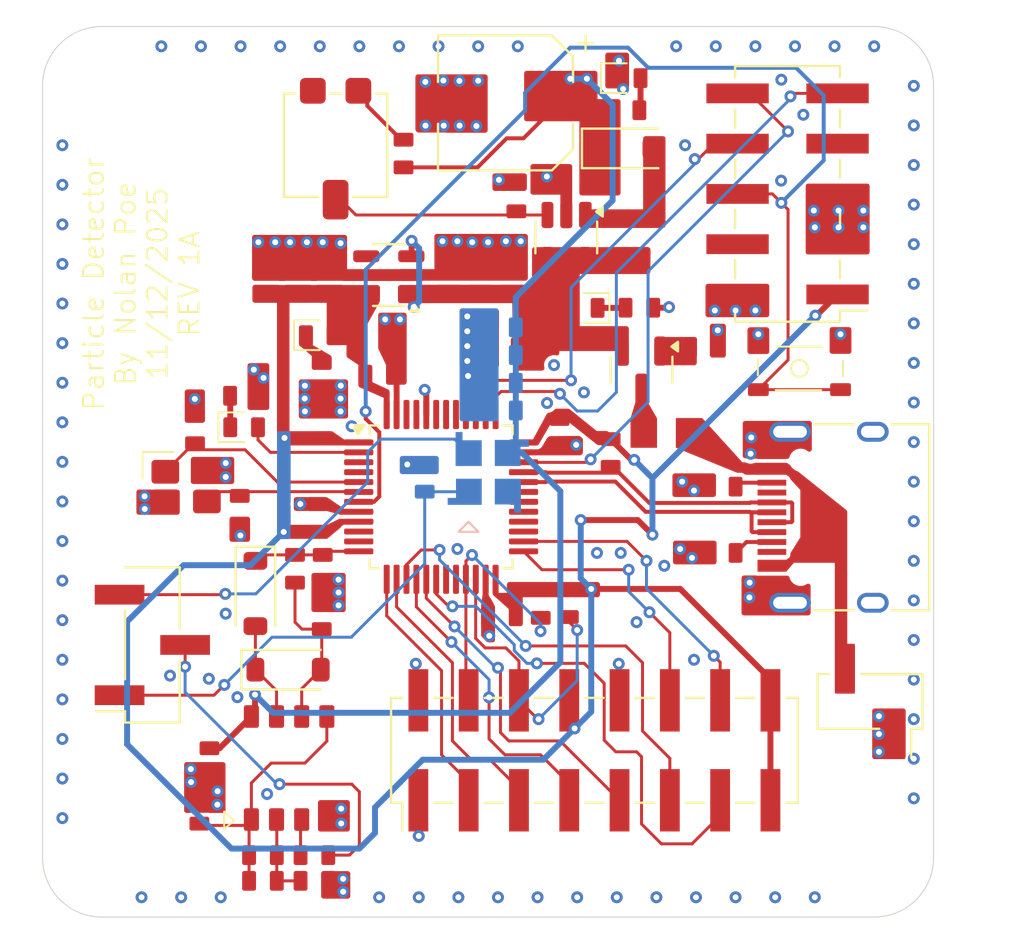
<source format=kicad_pcb>
(kicad_pcb (version 20241229) (generator "pcbnew") (generator_version "9.0")
  (layers (0 "F.Cu" signal) (4 "In1.Cu" signal) (6 "In2.Cu" signal) (2 "B.Cu" signal) (13 "F.Paste" user) (15 "B.Paste" user) (5 "F.SilkS" user "F.Silkscreen") (7 "B.SilkS" user "B.Silkscreen") (1 "F.Mask" user) (3 "B.Mask" user) (25 "Edge.Cuts" user))
  (net 0 "")
  (net 1 "+3.3V")
  (net 2 "GND")
  (net 3 "+5V")
  (net 4 "Net-(U4-PD0)")
  (net 5 "Net-(U4-PD1)")
  (net 6 "+24V")
  (net 7 "Net-(U3B-+)")
  (net 8 "Net-(U3A--)")
  (net 9 "/DETECT")
  (net 10 "Net-(D1-K)")
  (net 11 "Net-(D2-K)")
  (net 12 "Net-(D3-A)")
  (net 13 "Net-(D4-A)")
  (net 14 "Net-(D5-K)")
  (net 15 "Net-(D5-A)")
  (net 16 "/DETECT_LED")
  (net 17 "Net-(D7-K)")
  (net 18 "+VIN")
  (net 19 "Net-(Q1-D)")
  (net 20 "/USB_D+")
  (net 21 "/USB_D-")
  (net 22 "Net-(J2-CC2)")
  (net 23 "Net-(J2-CC1)")
  (net 26 "/GPIO7")
  (net 27 "/I2C2_SCL")
  (net 28 "/I2C2_SDA")
  (net 29 "/GPIO8")
  (net 30 "/GPIO1")
  (net 31 "/GPIO3")
  (net 32 "/GPIO5")
  (net 33 "/GPIO4")
  (net 34 "/GPIO2")
  (net 35 "/GPIO6")
  (net 36 "/SWCLK")
  (net 37 "/SWO")
  (net 40 "/~{NRST}")
  (net 41 "/SWDIO")
  (net 42 "Net-(J6-Pin_3)")
  (net 43 "/SENSOR_OUT")
  (net 44 "Net-(J6-Pin_1)")
  (net 45 "Net-(Q1-G)")
  (net 46 "Net-(U2-FB)")
  (net 47 "Net-(R10-Pad2)")
  (net 48 "Net-(U3A-+)")
  (footprint "libsipm:SUMIDA CDTH3D14" (layer "F.Cu") (at 156.76 95.075 90)
    (property "Reference" "L1" (hide yes))
    (property "Value" "SUMIDA CDTH3D14")
  )
  (footprint "Package_TO_SOT_SMD:SOT-23" (layer "F.Cu") (at 157.41 100.8125 -90)
    (property "Reference" "Q1" (hide yes))
    (property "Value" "Si2371EDS")
  )
  (footprint "external:C_0603" (layer "F.Cu") (at 138.29 125.345 180)
    (property "Reference" "C19" (hide yes))
    (property "Value" "10pF")
  )
  (footprint "external:R_0603" (layer "F.Cu") (at 156.6 87.705)
    (property "Reference" "R11" (hide yes))
    (property "Value" "150k")
  )
  (footprint "Connector_PinHeader_2.54mm:PinHeader_2x08_P2.54mm_Vertical_SMD" (layer "F.Cu") (at 155.03 120.05 90)
    (property "Reference" "J7" (hide yes))
    (property "Value" "Conn_02x08_Top_Bottom")
  )
  (footprint "external:R_0603" (layer "F.Cu") (at 139.91 110.875 90)
    (property "Reference" "R17" (hide yes))
    (property "Value" "100k")
  )
  (footprint "external:C_0603" (layer "F.Cu") (at 135.59 120.645 -90)
    (property "Reference" "C25" (hide yes))
    (property "Value" "100nF")
  )
  (footprint "external:C_0603" (layer "F.Cu") (at 141.31 110.875 -90)
    (property "Reference" "C23" (hide yes))
    (property "Value" "20nF")
  )
  (footprint "external:C_0805" (layer "F.Cu") (at 147.66 96.075 90)
    (property "Reference" "C7" (hide yes))
    (property "Value" "22uF")
  )
  (footprint "Connector_USB:USB_C_Receptacle_HRO_TYPE-C-31-M-12" (layer "F.Cu") (at 168.04 108.275 90)
    (property "Reference" "J2" (hide yes))
    (property "Value" "USB_C_Receptacle_USB2.0_16P")
  )
  (footprint "external:LED_0603" (layer "F.Cu") (at 156.66 86.085)
    (property "Reference" "D4" (hide yes))
    (property "Value" "LED_Small")
  )
  (footprint "external:R_0603" (layer "F.Cu") (at 161.46 106.725 180)
    (property "Reference" "R5" (hide yes))
    (property "Value" "5.1k")
  )
  (footprint "external:C_0603" (layer "F.Cu") (at 141.26 103.575 90)
    (property "Reference" "C1" (hide yes))
    (property "Value" "100nF")
  )
  (footprint "external:C_0603" (layer "F.Cu") (at 154.25 91.405 180)
    (property "Reference" "C18" (hide yes))
    (property "Value" "100nF")
  )
  (footprint "external:R_0603" (layer "F.Cu") (at 141.26 101.175 -90)
    (property "Reference" "R2" (hide yes))
    (property "Value" "10k")
  )
  (footprint "external:C_0805" (layer "F.Cu") (at 150.86 96.075 90)
    (property "Reference" "C9" (hide yes))
    (property "Value" "22uF")
  )
  (footprint "external:C_0603" (layer "F.Cu") (at 150.56 98.275 180)
    (property "Reference" "C16" (hide yes))
    (property "Value" "100nF")
  )
  (footprint "MountingHole:MountingHole_2.2mm_M2" (layer "F.Cu") (at 130.16 86.475)
    (property "Reference" "H1" (hide yes))
    (property "Value" "MountingHole")
  )
  (footprint "external:R_0603" (layer "F.Cu") (at 140.89 126.645)
    (property "Reference" "R13" (hide yes))
    (property "Value" "249R")
  )
  (footprint "external:C_0603" (layer "F.Cu") (at 137.12 107.895 -90)
    (property "Reference" "C14" (hide yes))
    (property "Value" "10pF")
  )
  (footprint "Connector_PinHeader_2.54mm:PinHeader_2x05_P2.54mm_Vertical_SMD" (layer "F.Cu") (at 164.785 91.935 180)
    (property "Reference" "J5" (hide yes))
    (property "Value" "Conn_02x05_Counter_Clockwise")
  )
  (footprint "external:R_0603" (layer "F.Cu") (at 153.74 112.615 90)
    (property "Reference" "R8" (hide yes))
    (property "Value" "1.5k")
  )
  (footprint "external:LED_0603" (layer "F.Cu") (at 137.34 103.725)
    (property "Reference" "D7" (hide yes))
    (property "Value" "LED_Small")
  )
  (footprint "external:R_0603" (layer "F.Cu") (at 137.33 102.135)
    (property "Reference" "R18" (hide yes))
    (property "Value" "10k")
  )
  (footprint "external:LED_0603" (layer "F.Cu") (at 154.49 97.695 180)
    (property "Reference" "D1" (hide yes))
    (property "Value" "LED_Small")
  )
  (footprint "external:R_0603" (layer "F.Cu") (at 151.09 92.115 90)
    (property "Reference" "R9" (hide yes))
    (property "Value" "10k")
  )
  (footprint "Package_QFP:LQFP-48_7x7mm_P0.5mm" (layer "F.Cu") (at 147.29 107.245)
    (property "Reference" "U4" (hide yes))
    (property "Value" "STM32F103C8Tx")
  )
  (footprint "Diode_SMD:D_SOD-123F" (layer "F.Cu") (at 156.61 89.635)
    (property "Reference" "D3" (hide yes))
    (property "Value" "1N5819WS")
  )
  (footprint "external:C_0805" (layer "F.Cu") (at 141.66 96.075 90)
    (property "Reference" "C10" (hide yes))
    (property "Value" "22uF")
  )
  (footprint "external:C_0603" (layer "F.Cu") (at 134.86 103.835 90)
    (property "Reference" "C13" (hide yes))
    (property "Value" "10pF")
  )
  (footprint "external:C_0805" (layer "F.Cu") (at 149.26 96.075 90)
    (property "Reference" "C8" (hide yes))
    (property "Value" "22uF")
  )
  (footprint "external:SKRPANE010" (layer "F.Cu") (at 165.385 100.75)
    (property "Reference" "SW1" (hide yes))
    (property "Value" "SW_MEC_5E")
  )
  (footprint "Package_TO_SOT_SMD:SOT-23-5" (layer "F.Cu") (at 144.6475 96.035 180)
    (property "Reference" "U5" (hide yes))
    (property "Value" "AP2112K-3.3")
  )
  (footprint "Diode_SMD:D_SOD-123" (layer "F.Cu") (at 137.91 112.125 -90)
    (property "Reference" "D6" (hide yes))
    (property "Value" "MBR0540")
  )
  (footprint "external:R_0603" (layer "F.Cu") (at 140.89 125.345 180)
    (property "Reference" "R12" (hide yes))
    (property "Value" "1k")
  )
  (footprint "Connector_PinHeader_2.54mm:PinHeader_1x02_P2.54mm_Vertical_SMD_Pin1Right" (layer "F.Cu") (at 168.95 117.58 -90)
    (property "Reference" "J1" (hide yes))
    (property "Value" "Conn_01x02_Pin")
  )
  (footprint "external:C_0805" (layer "F.Cu") (at 143.86 99.475)
    (property "Reference" "C6" (hide yes))
    (property "Value" "22uF")
  )
  (footprint "external:R_0603" (layer "F.Cu") (at 138.29 126.645 180)
    (property "Reference" "R14" (hide yes))
    (property "Value" "10k")
  )
  (footprint "external:R_0603" (layer "F.Cu") (at 160.56 99.675)
    (property "Reference" "R3" (hide yes))
    (property "Value" "10k")
  )
  (footprint "external:C_0603" (layer "F.Cu") (at 150.36 113.275 180)
    (property "Reference" "C2" (hide yes))
    (property "Value" "100nF")
  )
  (footprint "external:C_0603" (layer "F.Cu") (at 144.16 101.075)
    (property "Reference" "C4" (hide yes))
    (property "Value" "100nF")
  )
  (footprint "external:C_0603" (layer "F.Cu") (at 153.27 104.005 -90)
    (property "Reference" "C3" (hide yes))
    (property "Value" "100nF")
  )
  (footprint "external:R_0603" (layer "F.Cu") (at 161.46 110.075 180)
    (property "Reference" "R4" (hide yes))
    (property "Value" "5.1k")
  )
  (footprint "MountingHole:MountingHole_2.2mm_M2" (layer "F.Cu") (at 169.16 125.475)
    (property "Reference" "H2" (hide yes))
    (property "Value" "MountingHole")
  )
  (footprint "external:C_0805" (layer "F.Cu") (at 138.46 96.075 90)
    (property "Reference" "C12" (hide yes))
    (property "Value" "22uF")
  )
  (footprint "Connector_PinHeader_2.54mm:PinHeader_1x03_P2.54mm_Vertical_SMD_Pin1Right" (layer "F.Cu") (at 132.705 114.725 180)
    (property "Reference" "J6" (hide yes))
    (property "Value" "Conn_01x03_Pin")
  )
  (footprint "external:LED_0603" (layer "F.Cu") (at 141.16 99.075)
    (property "Reference" "D2" (hide yes))
    (property "Value" "LED_Small")
  )
  (footprint "external:C_0805" (layer "F.Cu") (at 140.06 96.075 90)
    (property "Reference" "C11" (hide yes))
    (property "Value" "22uF")
  )
  (footprint "libsipm:SOIC-8" (layer "F.Cu") (at 139.09 120.945)
    (property "Reference" "U3" (hide yes))
    (property "Value" "LT1807" (hide yes))
  )
  (footprint "Package_TO_SOT_SMD:SOT-23-5" (layer "F.Cu") (at 153.61 94.1375 -90)
    (property "Reference" "U2" (hide yes))
    (property "Value" "AP3012")
  )
  (footprint "external:R_0603" (layer "F.Cu") (at 145.39 89.895 90)
    (property "Reference" "R10" (hide yes))
    (property "Value" "150k")
  )
  (footprint "external:R_0603" (layer "F.Cu") (at 135.08 123.055 90)
    (property "Reference" "R15" (hide yes))
    (property "Value" "10k")
  )
  (footprint "Diode_SMD:D_SOD-123" (layer "F.Cu") (at 139.56 115.975)
    (property "Reference" "D5" (hide yes))
    (property "Value" "MBR0540")
  )
  (footprint "external:R_0603" (layer "F.Cu") (at 141.26 113.225 90)
    (property "Reference" "R16" (hide yes))
    (property "Value" "100k")
  )
  (footprint "libsipm:F0805" (layer "F.Cu") (at 158.667506 104.0125 180)
    (property "Reference" "F1" (hide yes))
    (property "Value" "500mA")
  )
  (footprint "MountingHole:MountingHole_2.2mm_M2" (layer "F.Cu") (at 130.160001 125.474999)
    (property "Reference" "H3" (hide yes))
    (property "Value" "MountingHole")
  )
  (footprint "external:3225-4P" (layer "F.Cu") (at 134.41 106.775)
    (property "Reference" "Y1" (hide yes))
    (property "Value" "JWT CF4025M00010")
  )
  (footprint "Potentiometer_SMD:Potentiometer_Vishay_TS53YL_Vertical" (layer "F.Cu") (at 141.96 89.475 90)
    (property "Reference" "RV1" (hide yes))
    (property "Value" "100k")
  )
  (footprint "external:R_0603" (layer "F.Cu") (at 155.85 105.025 90)
    (property "Reference" "R6" (hide yes))
    (property "Value" "1.5k")
  )
  (footprint "Capacitor_SMD:CP_Elec_6.3x5.7" (layer "F.Cu") (at 150.54 87.335 180)
    (property "Reference" "C17" (hide yes))
    (property "Value" "47uF")
  )
  (footprint "external:R_0603" (layer "F.Cu") (at 157.3 97.685)
    (property "Reference" "R1" (hide yes))
    (property "Value" "10k")
  )
  (footprint "external:C_0603" (layer "F.Cu") (at 141.03 108.305 90)
    (property "Reference" "C5" (hide yes))
    (property "Value" "100nF")
  )
  (footprint "external:R_0603" (layer "F.Cu") (at 152.32 112.655 90)
    (property "Reference" "R7" (hide yes))
    (property "Value" "1.5k")
  )
  (footprint "external:C_0805" (layer "F.Cu") (at 150.36 99.875 180)
    (property "Reference" "C15" (hide yes))
    (property "Value" "22uF")
  )
  (footprint "libsipm:XDCR_MICROFC-30035-SMT-TR1" (layer "B.Cu") (at 149.67 106.005 90)
    (property "Reference" "U1" (hide yes))
    (property "Value" "MICROFC-30035")
  )
  (footprint "external:C_0603" (layer "B.Cu") (at 150.36 101.4775 180)
    (property "Reference" "C24" (hide yes))
    (property "Value" "10nF")
  )
  (footprint "external:C_0603" (layer "B.Cu") (at 150.36 98.6775 180)
    (property "Reference" "C28" (hide yes))
    (property "Value" "10nF")
  )
  (footprint "external:C_0603" (layer "B.Cu") (at 150.36 102.8775 180)
    (property "Reference" "C26" (hide yes))
    (property "Value" "10nF")
  )
  (footprint "external:R_0603" (layer "B.Cu") (at 146.46 106.2775 90)
    (property "Reference" "R19" (hide yes))
    (property "Value" "49.9R")
  )
  (footprint "external:C_0603" (layer "B.Cu") (at 150.36 100.0775 180)
    (property "Reference" "C27" (hide yes))
    (property "Value" "10nF")
  )
  (gr_line (start 172.16 125.475) (end 172.16 86.475) (stroke (width 0.05)) (layer "Edge.Cuts"))
  (gr_arc (start 169.16 83.475) (mid 171.28132 84.35368) (end 172.16 86.475) (stroke (width 0.05)) (layer "Edge.Cuts"))
  (gr_line (start 127.16 86.475) (end 127.16 125.475) (stroke (width 0.05)) (layer "Edge.Cuts"))
  (gr_arc (start 130.16 128.475) (mid 128.03868 127.59632) (end 127.16 125.475) (stroke (width 0.05)) (layer "Edge.Cuts"))
  (gr_arc (start 127.16 86.475) (mid 128.03868 84.35368) (end 130.16 83.475) (stroke (width 0.05)) (layer "Edge.Cuts"))
  (gr_arc (start 172.16 125.475) (mid 171.28132 127.59632) (end 169.16 128.475) (stroke (width 0.05)) (layer "Edge.Cuts"))
  (gr_line (start 130.16 128.475) (end 169.16 128.475) (stroke (width 0.05)) (layer "Edge.Cuts"))
  (gr_line (start 169.16 83.475) (end 130.16 83.475) (stroke (width 0.05)) (layer "Edge.Cuts"))
  (gr_text "Particle Detector\nBy Nolan Poe\n11/12/2025\nREV 1A" (at 135.16 96.475 90) (layer "F.SilkS") (effects (font (size 1 1) (thickness 0.1)) (justify bottom)))
  (segment (start 157.04 105.375) (end 156.9 105.375) (width 0.3) (layer "F.Cu") (net 1))
  (segment (start 163.92 117.525) (end 163.92 122.575) (width 0.3) (layer "F.Cu") (net 1))
  (segment (start 154.34 108.415) (end 157.22 108.415) (width 0.3) (layer "F.Cu") (net 1))
  (segment (start 163.92 116.45) (end 163.92 117.525) (width 0.3) (layer "F.Cu") (net 1))
  (segment (start 154.87 111.895) (end 159.365 111.895) (width 0.3) (layer "F.Cu") (net 1))
  (segment (start 166.19 98.085) (end 166.24 98.085) (width 0.3) (layer "F.Cu") (net 1))
  (segment (start 157.22 108.415) (end 157.96 109.155) (width 0.3) (layer "F.Cu") (net 1))
  (segment (start 159.365 111.895) (end 163.92 116.45) (width 0.3) (layer "F.Cu") (net 1))
  (segment (start 166.24 98.085) (end 167.31 97.015) (width 0.3) (layer "F.Cu") (net 1))
  (segment (start 156.9 105.375) (end 155.85 104.325) (width 0.3) (layer "F.Cu") (net 1))
  (via (at 154.87 111.895) (size 0.6) (drill 0.3) (layers "F.Cu" "B.Cu") (net 1))
  (via (at 157.04 105.375) (size 0.6) (drill 0.3) (layers "F.Cu" "B.Cu") (net 1))
  (via (at 154.34 108.415) (size 0.6) (drill 0.3) (layers "F.Cu" "B.Cu") (net 1))
  (via (at 139.34 109.015) (size 0.6) (drill 0.3) (layers "F.Cu" "B.Cu") (net 1))
  (via (at 166.19 98.085) (size 0.6) (drill 0.3) (layers "F.Cu" "B.Cu") (net 1))
  (via (at 157.96 109.155) (size 0.6) (drill 0.3) (layers "F.Cu" "B.Cu") (net 1))
  (via (at 154.03 118.945) (size 0.6) (drill 0.3) (layers "F.Cu" "B.Cu") (net 1))
  (via (at 139.38 104.265) (size 0.6) (drill 0.3) (layers "F.Cu" "B.Cu") (net 1))
  (segment (start 154.34 111.365) (end 154.34 108.415) (width 0.3) (layer "B.Cu") (net 1))
  (segment (start 137.68 110.675) (end 137.68 110.695) (width 0.3) (layer "B.Cu") (net 1))
  (segment (start 157.96 106.295) (end 157.04 105.375) (width 0.3) (layer "B.Cu") (net 1))
  (segment (start 157.96 106.295) (end 166.17 98.085) (width 0.3) (layer "B.Cu") (net 1))
  (segment (start 131.43 113.545) (end 131.43 119.745) (width 0.3) (layer "B.Cu") (net 1))
  (segment (start 154.87 118.105) (end 154.87 111.895) (width 0.3) (layer "B.Cu") (net 1))
  (segment (start 146.36 120.525) (end 152.45 120.525) (width 0.3) (layer "B.Cu") (net 1))
  (segment (start 154.03 118.945) (end 154.87 118.105) (width 0.3) (layer "B.Cu") (net 1))
  (segment (start 134.28 110.695) (end 131.43 113.545) (width 0.3) (layer "B.Cu") (net 1))
  (segment (start 152.45 120.525) (end 154.03 118.945) (width 0.3) (layer "B.Cu") (net 1))
  (segment (start 131.43 119.745) (end 136.7 125.015) (width 0.3) (layer "B.Cu") (net 1))
  (segment (start 137.68 110.695) (end 134.28 110.695) (width 0.3) (layer "B.Cu") (net 1))
  (segment (start 136.7 125.015) (end 143.16 125.015) (width 0.3) (layer "B.Cu") (net 1))
  (segment (start 157.96 109.155) (end 157.96 106.295) (width 0.3) (layer "B.Cu") (net 1))
  (segment (start 166.17 98.085) (end 166.19 98.085) (width 0.3) (layer "B.Cu") (net 1))
  (segment (start 143.95 122.935) (end 146.36 120.525) (width 0.3) (layer "B.Cu") (net 1))
  (segment (start 143.95 124.225) (end 143.95 122.935) (width 0.3) (layer "B.Cu") (net 1))
  (segment (start 154.87 111.895) (end 154.34 111.365) (width 0.3) (layer "B.Cu") (net 1))
  (segment (start 143.16 125.015) (end 143.95 124.225) (width 0.3) (layer "B.Cu") (net 1))
  (segment (start 139.34 109.015) (end 137.68 110.675) (width 0.3) (layer "B.Cu") (net 1))
  (segment (start 146.16 122.595) (end 146.14 122.575) (width 0.3) (layer "F.Cu") (net 2))
  (segment (start 156.26 115.675) (end 156.26 117.485) (width 0.3) (layer "F.Cu") (net 2))
  (segment (start 146.16 124.375) (end 146.16 122.595) (width 0.3) (layer "F.Cu") (net 2))
  (segment (start 158.77 97.685) (end 158.8 97.655) (width 0.3) (layer "F.Cu") (net 2))
  (segment (start 146.01 115.675) (end 146.01 117.395) (width 0.3) (layer "F.Cu") (net 2))
  (segment (start 158 97.685) (end 158.77 97.685) (width 0.3) (layer "F.Cu") (net 2))
  (segment (start 146.54 103.0825) (end 146.54 101.915) (width 0.3) (layer "F.Cu") (net 2))
  (segment (start 146.54 101.915) (end 146.46 101.835) (width 0.3) (layer "F.Cu") (net 2))
  (segment (start 146.01 117.395) (end 146.14 117.525) (width 0.3) (layer "F.Cu") (net 2))
  (segment (start 156.26 117.485) (end 156.3 117.525) (width 0.3) (layer "F.Cu") (net 2))
  (via (at 171.16 110.475) (size 0.6) (drill 0.3) (layers "F.Cu" "B.Cu") (net 2))
  (via (at 148.16 127.475) (size 0.6) (drill 0.3) (layers "F.Cu" "B.Cu") (net 2))
  (via (at 139.66 94.375) (size 0.6) (drill 0.3) (layers "F.Cu" "B.Cu") (net 2))
  (via (at 142.34 127.195) (size 0.6) (drill 0.3) (layers "F.Cu" "B.Cu") (net 2))
  (via (at 171.16 114.475) (size 0.6) (drill 0.3) (layers "F.Cu" "B.Cu") (net 2))
  (via (at 135.99 122.795) (size 0.6) (drill 0.3) (layers "F.Cu" "B.Cu") (net 2))
  (via (at 171.16 96.475) (size 0.6) (drill 0.3) (layers "F.Cu" "B.Cu") (net 2))
  (via (at 164.46 91.265) (size 0.6) (drill 0.3) (layers "F.Cu" "B.Cu") (net 2))
  (via (at 149.16 84.475) (size 0.6) (drill 0.3) (layers "F.Cu" "B.Cu") (net 2))
  (via (at 146.16 124.375) (size 0.6) (drill 0.3) (layers "F.Cu" "B.Cu") (net 2))
  (via (at 134.85 102.295) (size 0.6) (drill 0.3) (layers "F.Cu" "B.Cu") (net 2))
  (via (at 162.95 104.245) (size 0.6) (drill 0.3) (layers "F.Cu" "B.Cu") (net 2))
  (via (at 128.16 101.475) (size 0.6) (drill 0.3) (layers "F.Cu" "B.Cu") (net 2))
  (via (at 162.92 105.065) (size 0.6) (drill 0.3) (layers "F.Cu" "B.Cu") (net 2))
  (via (at 171.16 90.475) (size 0.6) (drill 0.3) (layers "F.Cu" "B.Cu") (net 2))
  (via (at 158.56 110.725) (size 0.6) (drill 0.3) (layers "F.Cu" "B.Cu") (net 2))
  (via (at 136 122.115) (size 0.6) (drill 0.3) (layers "F.Cu" "B.Cu") (net 2))
  (via (at 160.06 106.925) (size 0.6) (drill 0.3) (layers "F.Cu" "B.Cu") (net 2))
  (via (at 134.65 120.995) (size 0.6) (drill 0.3) (layers "F.Cu" "B.Cu") (net 2))
  (via (at 139.16 84.475) (size 0.6) (drill 0.3) (layers "F.Cu" "B.Cu") (net 2))
  (via (at 152.16 127.475) (size 0.6) (drill 0.3) (layers "F.Cu" "B.Cu") (net 2))
  (via (at 150.16 127.475) (size 0.6) (drill 0.3) (layers "F.Cu" "B.Cu") (net 2))
  (via (at 137.15 109.195) (size 0.6) (drill 0.3) (layers "F.Cu" "B.Cu") (net 2))
  (via (at 128.16 119.475) (size 0.6) (drill 0.3) (layers "F.Cu" "B.Cu") (net 2))
  (via (at 164.47 86.165) (size 0.6) (drill 0.3) (layers "F.Cu" "B.Cu") (net 2))
  (via (at 138.32 101.235) (size 0.6) (drill 0.3) (layers "F.Cu" "B.Cu") (net 2))
  (via (at 132.32 107.855) (size 0.6) (drill 0.3) (layers "F.Cu" "B.Cu") (net 2))
  (via (at 162.16 97.825) (size 0.6) (drill 0.3) (layers "F.Cu" "B.Cu") (net 2))
  (via (at 159.46 106.475) (size 0.6) (drill 0.3) (layers "F.Cu" "B.Cu") (net 2))
  (via (at 142.21 102.275) (size 0.6) (drill 0.3) (layers "F.Cu" "B.Cu") (net 2))
  (via (at 128.16 97.475) (size 0.6) (drill 0.3) (layers "F.Cu" "B.Cu") (net 2))
  (via (at 154.11 104.615) (size 0.6) (drill 0.3) (layers "F.Cu" "B.Cu") (net 2))
  (via (at 133.16 84.475) (size 0.6) (drill 0.3) (layers "F.Cu" "B.Cu") (net 2))
  (via (at 142.11 111.425) (size 0.6) (drill 0.3) (layers "F.Cu" "B.Cu") (net 2))
  (via (at 171.16 112.475) (size 0.6) (drill 0.3) (layers "F.Cu" "B.Cu") (net 2))
  (via (at 148.21 86.225) (size 0.6) (drill 0.3) (layers "F.Cu" "B.Cu") (net 2))
  (via (at 142.24 122.995) (size 0.6) (drill 0.3) (layers "F.Cu" "B.Cu") (net 2))
  (via (at 147.42 88.485) (size 0.6) (drill 0.3) (layers "F.Cu" "B.Cu") (net 2))
  (via (at 161.11 97.825) (size 0.6) (drill 0.3) (layers "F.Cu" "B.Cu") (net 2))
  (via (at 142.77 103.675) (size 0.6) (drill 0.3) (layers "F.Cu" "B.Cu") (net 2))
  (via (at 163.16 84.475) (size 0.6) (drill 0.3) (layers "F.Cu" "B.Cu") (net 2))
  (via (at 151.31 94.325) (size 0.6) (drill 0.3) (layers "F.Cu" "B.Cu") (net 2))
  (via (at 128.16 89.475) (size 0.6) (drill 0.3) (layers "F.Cu" "B.Cu") (net 2))
  (via (at 156.16 127.475) (size 0.6) (drill 0.3) (layers "F.Cu" "B.Cu") (net 2))
  (via (at 140.18 107.605) (size 0.6) (drill 0.3) (layers "F.Cu" "B.Cu") (net 2))
  (via (at 128.16 99.475) (size 0.6) (drill 0.3) (layers "F.Cu" "B.Cu") (net 2))
  (via (at 143.16 84.475) (size 0.6) (drill 0.3) (layers "F.Cu" "B.Cu") (net 2))
  (via (at 148.11 94.325) (size 0.6) (drill 0.3) (layers "F.Cu" "B.Cu") (net 2))
  (via (at 163.31 99.025) (size 0.6) (drill 0.3) (layers "F.Cu" "B.Cu") (net 2))
  (via (at 168.61 93.625) (size 0.6) (drill 0.3) (layers "F.Cu" "B.Cu") (net 2))
  (via (at 136.41 105.535) (size 0.6) (drill 0.3) (layers "F.Cu" "B.Cu") (net 2))
  (via (at 149.07 88.505) (size 0.6) (drill 0.3) (layers "F.Cu" "B.Cu") (net 2))
  (via (at 128.16 117.475) (size 0.6) (drill 0.3) (layers "F.Cu" "B.Cu") (net 2))
  (via (at 157.16 113.575) (size 0.6) (drill 0.3) (layers "F.Cu" "B.Cu") (net 2))
  (via (at 149.72 114.265) (size 0.6) (drill 0.3) (layers "F.Cu" "B.Cu") (net 2))
  (via (at 142.11 112.075) (size 0.6) (drill 0.3) (layers "F.Cu" "B.Cu") (net 2))
  (via (at 171.16 106.475) (size 0.6) (drill 0.3) (layers "F.Cu" "B.Cu") (net 2))
  (via (at 147.16 84.475) (size 0.6) (drill 0.3) (layers "F.Cu" "B.Cu") (net 2))
  (via (at 145.58 105.605) (size 0.6) (drill 0.3) (layers "F.Cu" "B.Cu") (net 2))
  (via (at 171.16 88.475) (size 0.6) (drill 0.3) (layers "F.Cu" "B.Cu") (net 2))
  (via (at 156.27 85.205) (size 0.6) (drill 0.3) (layers "F.Cu" "B.Cu") (net 2))
  (via (at 145.16 84.475) (size 0.6) (drill 0.3) (layers "F.Cu" "B.Cu") (net 2))
  (via (at 156.48 86.635) (size 0.6) (drill 0.3) (layers "F.Cu" "B.Cu") (net 2))
  (via (at 158.16 127.475) (size 0.6) (drill 0.3) (layers "F.Cu" "B.Cu") (net 2))
  (via (at 171.16 104.475) (size 0.6) (drill 0.3) (layers "F.Cu" "B.Cu") (net 2))
  (via (at 161.16 84.475) (size 0.6) (drill 0.3) (layers "F.Cu" "B.Cu") (net 2))
  (via (at 147.36 94.325) (size 0.6) (drill 0.3) (layers "F.Cu" "B.Cu") (net 2))
  (via (at 133.6 116.275) (size 0.6) (drill 0.3) (layers "F.Cu" "B.Cu") (net 2))
  (via (at 145.21 98.275) (size 0.6) (drill 0.3) (layers "F.Cu" "B.Cu") (net 2))
  (via (at 146.01 115.675) (size 0.6) (drill 0.3) (layers "F.Cu" "B.Cu") (net 2))
  (via (at 148.65 101.135) (size 0.6) (drill 0.3) (layers "F.Cu" "B.Cu") (net 2))
  (via (at 159.16 84.475) (size 0.6) (drill 0.3) (layers "F.Cu" "B.Cu") (net 2))
  (via (at 152.639396 102.50053) (size 0.6) (drill 0.3) (layers "F.Cu" "B.Cu") (net 2))
  (via (at 158.8 97.655) (size 0.6) (drill 0.3) (layers "F.Cu" "B.Cu") (net 2))
  (via (at 159.61 89.475) (size 0.6) (drill 0.3) (layers "F.Cu" "B.Cu") (net 2))
  (via (at 142.11 112.725) (size 0.6) (drill 0.3) (layers "F.Cu" "B.Cu") (net 2))
  (via (at 142.34 126.545) (size 0.6) (drill 0.3) (layers "F.Cu" "B.Cu") (net 2))
  (via (at 154.16 127.475) (size 0.6) (drill 0.3) (layers "F.Cu" "B.Cu") (net 2))
  (via (at 140.4 102.275) (size 0.6) (drill 0.3) (layers "F.Cu" "B.Cu") (net 2))
  (via (at 138.91 94.375) (size 0.6) (drill 0.3) (layers "F.Cu" "B.Cu") (net 2))
  (via (at 138.5 122.255) (size 0.6) (drill 0.3) (layers "F.Cu" "B.Cu") (net 2))
  (via (at 140.41 101.625) (size 0.6) (drill 0.3) (layers "F.Cu" "B.Cu") (net 2))
  (via (at 147.4 86.205) (size 0.6) (drill 0.3) (layers "F.Cu" "B.Cu") (net 2))
  (via (at 148.61 99.625) (size 0.6) (drill 0.3) (layers "F.Cu" "B.Cu") (net 2))
  (via (at 128.16 105.475) (size 0.6) (drill 0.3) (layers "F.Cu" "B.Cu") (net 2))
  (via (at 128.16 103.475) (size 0.6) (drill 0.3) (layers "F.Cu" "B.Cu") (net 2))
  (via (at 148.61 98.125) (size 0.6) (drill 0.3) (layers "F.Cu" "B.Cu") (net 2))
  (via (at 171.16 108.475) (size 0.6) (drill 0.3) (layers "F.Cu" "B.Cu") (net 2))
  (via (at 148.61 100.375) (size 0.6) (drill 0.3) (layers "F.Cu" "B.Cu") (net 2))
  (via (at 135.56 116.435) (size 0.6) (drill 0.3) (layers "F.Cu" "B.Cu") (net 2))
  (via (at 167.36 93.625) (size 0.6) (drill 0.3) (layers "F.Cu" "B.Cu") (net 2))
  (via (at 140.41 102.925) (size 0.6) (drill 0.3) (layers "F.Cu" "B.Cu") (net 2))
  (via (at 148.61 98.875) (size 0.6) (drill 0.3) (layers "F.Cu" "B.Cu") (net 2))
  (via (at 137.83 100.815) (size 0.6) (drill 0.3) (layers "F.Cu" "B.Cu") (net 2))
  (via (at 160.16 127.475) (size 0.6) (drill 0.3) (layers "F.Cu" "B.Cu") (net 2))
  (via (at 163.16 97.825) (size 0.6) (drill 0.3) (layers "F.Cu" "B.Cu") (net 2))
  (via (at 171.16 86.475) (size 0.6) (drill 0.3) (layers "F.Cu" "B.Cu") (net 2))
  (via (at 128.16 109.475) (size 0.6) (drill 0.3) (layers "F.Cu" "B.Cu") (net 2))
  (via (at 140.51 94.375) (size 0.6) (drill 0.3) (layers "F.Cu" "B.Cu") (net 2))
  (via (at 154.5 101.965) (size 0.6) (drill 0.3) (layers "F.Cu" "B.Cu") (net 2))
  (via (at 156.26 115.675) (size 0.6) (drill 0.3) (layers "F.Cu" "B.Cu") (net 2))
  (via (at 171.16 102.475) (size 0.6) (drill 0.3) (layers "F.Cu" "B.Cu") (net 2))
  (via (at 151.16 84.475) (size 0.6) (drill 0.3) (layers "F.Cu" "B.Cu") (net 2))
  (via (at 142.21 94.425) (size 0.6) (drill 0.3) (layers "F.Cu" "B.Cu") (net 2))
  (via (at 166.16 127.475) (size 0.6) (drill 0.3) (layers "F.Cu" "B.Cu") (net 2))
  (via (at 128.16 95.475) (size 0.6) (drill 0.3) (layers "F.Cu" "B.Cu") (net 2))
  (via (at 142.21 102.925) (size 0.6) (drill 0.3) (layers "F.Cu" "B.Cu") (net 2))
  (via (at 128.16 115.475) (size 0.6) (drill 0.3) (layers "F.Cu" "B.Cu") (net 2))
  (via (at 169.16 84.475) (size 0.6) (drill 0.3) (layers "F.Cu" "B.Cu") (net 2))
  (via (at 146.16 127.475) (size 0.6) (drill 0.3) (layers "F.Cu" "B.Cu") (net 2))
  (via (at 162.16 127.475) (size 0.6) (drill 0.3) (layers "F.Cu" "B.Cu") (net 2))
  (via (at 144.16 127.475) (size 0.6) (drill 0.3) (layers "F.Cu" "B.Cu") (net 2))
  (via (at 159.96 110.325) (size 0.6) (drill 0.3) (layers "F.Cu" "B.Cu") (net 2))
  (via (at 165.58 87.935) (size 0.6) (drill 0.3) (layers "F.Cu" "B.Cu") (net 2))
  (via (at 169.4 120.125) (size 0.6) (drill 0.3) (layers "F.Cu" "B.Cu") (net 2))
  (via (at 167.46 99.025) (size 0.6) (drill 0.3) (layers "F.Cu" "B.Cu") (net 2))
  (via (at 152.63 91.055) (size 0.6) (drill 0.3) (layers "F.Cu" "B.Cu") (net 2))
  (via (at 167.36 92.775) (size 0.6) (drill 0.3) (layers "F.Cu" "B.Cu") (net 2))
  (via (at 150.56 94.325) (size 0.6) (drill 0.3) (layers "F.Cu" "B.Cu") (net 2))
  (via (at 134.66 121.655) (size 0.6) (drill 0.3) (layers "F.Cu" "B.Cu") (net 2))
  (via (at 156.36 110.075) (size 0.6) (drill 0.3) (layers "F.Cu" "B.Cu") (net 2))
  (via (at 171.16 118.475) (size 0.6) (drill 0.3) (layers "F.Cu" "B.Cu") (net 2))
  (via (at 159.36 109.875) (size 0.6) (drill 0.3) (layers "F.Cu" "B.Cu") (net 2))
  (via (at 164.16 127.475) (size 0.6) (drill 0.3) (layers "F.Cu" "B.Cu") (net 2))
  (via (at 148.11 109.875) (size 0.6) (drill 0.3) (layers "F.Cu" "B.Cu") (net 2))
  (via (at 128.16 123.475) (size 0.6) (drill 0.3) (layers "F.Cu" "B.Cu") (net 2))
  (via (at 149.16 86.215) (size 0.6) (drill 0.3) (layers "F.Cu" "B.Cu") (net 2))
  (via (at 160.06 115.475) (size 0.6) (drill 0.3) (layers "F.Cu" "B.Cu") (net 2))
  (via (at 134.16 127.475) (size 0.6) (drill 0.3) (layers "F.Cu" "B.Cu") (net 2))
  (via (at 162.86 112.325) (size 0.6) (drill 0.3) (layers "F.Cu" "B.Cu") (net 2))
  (via (at 128.16 113.475) (size 0.6) (drill 0.3) (layers "F.Cu" "B.Cu") (net 2))
  (via (at 148.86 94.375) (size 0.6) (drill 0.3) (layers "F.Cu" "B.Cu") (net 2))
  (via (at 169.4 118.325) (size 0.6) (drill 0.3) (layers "F.Cu" "B.Cu") (net 2))
  (via (at 169.4 119.225) (size 0.6) (drill 0.3) (layers "F.Cu" "B.Cu") (net 2))
  (via (at 137 117.365) (size 0.6) (drill 0.3) (layers "F.Cu" "B.Cu") (net 2))
  (via (at 135.16 84.475) (size 0.6) (drill 0.3) (layers "F.Cu" "B.Cu") (net 2))
  (via (at 137.16 84.475) (size 0.6) (drill 0.3) (layers "F.Cu" "B.Cu") (net 2))
  (via (at 146.49 86.275) (size 0.6) (drill 0.3) (layers "F.Cu" "B.Cu") (net 2))
  (via (at 165.16 84.475) (size 0.6) (drill 0.3) (layers "F.Cu" "B.Cu") (net 2))
  (via (at 144.46 98.275) (size 0.6) (drill 0.3) (layers "F.Cu" "B.Cu") (net 2))
  (via (at 138.06 94.375) (size 0.6) (drill 0.3) (layers "F.Cu" "B.Cu") (net 2))
  (via (at 155.16 110.075) (size 0.6) (drill 0.3) (layers "F.Cu" "B.Cu") (net 2))
  (via (at 136.41 113.145) (size 0.6) (drill 0.3) (layers "F.Cu" "B.Cu") (net 2))
  (via (at 132.16 127.475) (size 0.6) (drill 0.3) (layers "F.Cu" "B.Cu") (net 2))
  (via (at 166.11 92.775) (size 0.6) (drill 0.3) (layers "F.Cu" "B.Cu") (net 2))
  (via (at 161.26 98.825) (size 0.6) (drill 0.3) (layers "F.Cu" "B.Cu") (net 2))
  (via (at 171.16 116.475) (size 0.6) (drill 0.3) (layers "F.Cu" "B.Cu") (net 2))
  (via (at 132.31 107.215) (size 0.6) (drill 0.3) (layers "F.Cu" "B.Cu") (net 2))
  (via (at 141.31 94.375) (size 0.6) (drill 0.3) (layers "F.Cu" "B.Cu") (net 2))
  (via (at 162.87 111.575) (size 0.6) (drill 0.3) (layers "F.Cu" "B.Cu") (net 2))
  (via (at 128.16 91.475) (size 0.6) (drill 0.3) (layers "F.Cu" "B.Cu") (net 2))
  (via (at 128.16 121.475) (size 0.6) (drill 0.3) (layers "F.Cu" "B.Cu") (net 2))
  (via (at 149.66 94.375) (size 0.6) (drill 0.3) (layers "F.Cu" "B.Cu") (net 2))
  (via (at 128.16 111.475) (size 0.6) (drill 0.3) (layers "F.Cu" "B.Cu") (net 2))
  (via (at 171.16 92.475) (size 0.6) (drill 0.3) (layers "F.Cu" "B.Cu") (net 2))
  (via (at 171.16 98.475) (size 0.6) (drill 0.3) (layers "F.Cu" "B.Cu") (net 2))
  (via (at 136.16 127.475) (size 0.6) (drill 0.3) (layers "F.Cu" "B.Cu") (net 2))
  (via (at 168.61 92.775) (size 0.6) (drill 0.3) (layers "F.Cu" "B.Cu") (net 2))
  (via (at 171.16 94.475) (size 0.6) (drill 0.3) (layers "F.Cu" "B.Cu") (net 2))
  (via (at 142.22 101.625) (size 0.6) (drill 0.3) (layers "F.Cu" "B.Cu") (net 2))
  (via (at 128.16 93.475) (size 0.6) (drill 0.3) (layers "F.Cu" "B.Cu") (net 2))
  (via (at 146.5 88.485) (size 0.6) (drill 0.3) (layers "F.Cu" "B.Cu") (net 2))
  (via (at 141.16 84.475) (size 0.6) (drill 0.3) (layers "F.Cu" "B.Cu") (net 2))
  (via (at 128.16 107.475) (size 0.6) (drill 0.3) (layers "F.Cu" "B.Cu") (net 2))
  (via (at 171.16 120.475) (size 0.6) (drill 0.3) (layers "F.Cu" "B.Cu") (net 2))
  (via (at 152.99 100.585) (size 0.6) (drill 0.3) (layers "F.Cu" "B.Cu") (net 2))
  (via (at 150.21 91.225) (size 0.6) (drill 0.3) (layers "F.Cu" "B.Cu") (net 2))
  (via (at 167.16 84.475) (size 0.6) (drill 0.3) (layers "F.Cu" "B.Cu") (net 2))
  (via (at 142.24 123.745) (size 0.6) (drill 0.3) (layers "F.Cu" "B.Cu") (net 2))
  (via (at 171.16 122.475) (size 0.6) (drill 0.3) (layers "F.Cu" "B.Cu") (net 2))
  (via (at 136.41 106.235) (size 0.6) (drill 0.3) (layers "F.Cu" "B.Cu") (net 2))
  (via (at 166.16 93.625) (size 0.6) (drill 0.3) (layers "F.Cu" "B.Cu") (net 2))
  (via (at 148.22 88.485) (size 0.6) (drill 0.3) (layers "F.Cu" "B.Cu") (net 2))
  (via (at 146.46 101.835) (size 0.6) (drill 0.3) (layers "F.Cu" "B.Cu") (net 2))
  (via (at 171.16 100.475) (size 0.6) (drill 0.3) (layers "F.Cu" "B.Cu") (net 2))
  (segment (start 145.785 97.53) (end 145.785 96.985) (width 0.3) (layer "F.Cu") (net 3))
  (segment (start 145.905 97.65) (end 145.785 97.53) (width 0.3) (layer "F.Cu") (net 3))
  (segment (start 145.8 94.305) (end 145.8 95.07) (width 0.3) (layer "F.Cu") (net 3))
  (via (at 145.905 97.65) (size 0.6) (drill 0.3) (layers "F.Cu" "B.Cu") (net 3))
  (via (at 145.8 94.305) (size 0.6) (drill 0.3) (layers "F.Cu" "B.Cu") (net 3))
  (segment (start 146.178413 94.683413) (end 145.8 94.305) (width 0.3) (layer "B.Cu") (net 3))
  (segment (start 145.905 97.65) (end 146.178413 97.376587) (width 0.3) (layer "B.Cu") (net 3))
  (segment (start 146.178413 97.376587) (end 146.178413 94.683413) (width 0.3) (layer "B.Cu") (net 3))
  (segment (start 134.47 104.865) (end 133.36 105.975) (width 0.15) (layer "F.Cu") (net 4))
  (segment (start 143.1275 106.495) (end 139.02 106.495) (width 0.15) (layer "F.Cu") (net 4))
  (segment (start 137.39 104.865) (end 134.47 104.865) (width 0.15) (layer "F.Cu") (net 4))
  (segment (start 139.02 106.495) (end 137.39 104.865) (width 0.15) (layer "F.Cu") (net 4))
  (segment (start 143.1115 106.979) (end 135.956 106.979) (width 0.15) (layer "F.Cu") (net 5))
  (segment (start 136.1035 119.945) (end 137.707 118.3415) (width 0.3) (layer "F.Cu") (net 6))
  (segment (start 150.6 89.125) (end 151.45 89.125) (width 0.2) (layer "F.Cu") (net 6))
  (segment (start 137.89 117.235) (end 137.89 118.1585) (width 0.3) (layer "F.Cu") (net 6))
  (segment (start 145.39 90.595) (end 149.13 90.595) (width 0.2) (layer "F.Cu") (net 6))
  (segment (start 149.13 90.595) (end 150.6 89.125) (width 0.2) (layer "F.Cu") (net 6))
  (segment (start 151.45 89.125) (end 153.24 87.335) (width 0.2) (layer "F.Cu") (net 6))
  (segment (start 135.59 119.945) (end 136.1035 119.945) (width 0.3) (layer "F.Cu") (net 6))
  (via (at 153.81 86.115) (size 0.6) (drill 0.3) (layers "F.Cu" "B.Cu") (net 6))
  (via (at 154.65 86.115) (size 0.6) (drill 0.3) (layers "F.Cu" "B.Cu") (net 6))
  (via (at 137.89 117.235) (size 0.6) (drill 0.3) (layers "F.Cu" "B.Cu") (net 6))
  (segment (start 151.06 97.155) (end 155.95 92.265) (width 0.3) (layer "B.Cu") (net 6))
  (segment (start 153.31 115.605) (end 150.76 118.155) (width 0.3) (layer "B.Cu") (net 6))
  (segment (start 151.06 98.6775) (end 151.06 97.155) (width 0.3) (layer "B.Cu") (net 6))
  (segment (start 138.81 118.155) (end 137.89 117.235) (width 0.3) (layer "B.Cu") (net 6))
  (segment (start 155.95 92.265) (end 155.95 87.415) (width 0.3) (layer "B.Cu") (net 6))
  (segment (start 155.95 87.415) (end 154.65 86.115) (width 0.3) (layer "B.Cu") (net 6))
  (segment (start 150.76 118.155) (end 138.81 118.155) (width 0.3) (layer "B.Cu") (net 6))
  (segment (start 151.06 98.6775) (end 151.06 104.615) (width 0.3) (layer "B.Cu") (net 6))
  (segment (start 153.31 106.955) (end 153.31 115.605) (width 0.3) (layer "B.Cu") (net 6))
  (segment (start 154.65 86.115) (end 153.81 86.115) (width 0.3) (layer "B.Cu") (net 6))
  (segment (start 151.38 105.025) (end 153.31 106.955) (width 0.3) (layer "B.Cu") (net 6))
  (segment (start 150.65 105.025) (end 151.38 105.025) (width 0.3) (layer "B.Cu") (net 6))
  (segment (start 141.517 118.3415) (end 141.517 119.588) (width 0.15) (layer "F.Cu") (net 7))
  (segment (start 137.707 121.698) (end 137.707 123.5485) (width 0.15) (layer "F.Cu") (net 7))
  (segment (start 138.71 120.695) (end 137.707 121.698) (width 0.15) (layer "F.Cu") (net 7))
  (segment (start 135.59 123.845) (end 137.4105 123.845) (width 0.15) (layer "F.Cu") (net 7))
  (segment (start 137.59 126.645) (end 137.59 123.6655) (width 0.15) (layer "F.Cu") (net 7))
  (segment (start 141.517 119.588) (end 140.41 120.695) (width 0.15) (layer "F.Cu") (net 7))
  (segment (start 140.41 120.695) (end 138.71 120.695) (width 0.15) (layer "F.Cu") (net 7))
  (segment (start 140.19 126.645) (end 138.99 126.645) (width 0.15) (layer "F.Cu") (net 8))
  (segment (start 138.99 126.645) (end 138.99 123.5615) (width 0.15) (layer "F.Cu") (net 8))
  (segment (start 143.1275 109.995) (end 141.49 109.995) (width 0.15) (layer "F.Cu") (net 9))
  (segment (start 139.91 110.175) (end 138.21 110.175) (width 0.15) (layer "F.Cu") (net 9))
  (segment (start 139.91 110.175) (end 141.31 110.175) (width 0.15) (layer "F.Cu") (net 9))
  (segment (start 155.19 97.695) (end 156.59 97.695) (width 0.3) (layer "F.Cu") (net 10))
  (segment (start 157.36 87.645) (end 157.3 87.705) (width 0.3) (layer "F.Cu") (net 13))
  (segment (start 157.36 86.085) (end 157.36 87.645) (width 0.3) (layer "F.Cu") (net 13))
  (segment (start 137.91 115.975) (end 137.91 113.775) (width 0.15) (layer "F.Cu") (net 14))
  (segment (start 138.977 118.3415) (end 138.977 117.042) (width 0.15) (layer "F.Cu") (net 14))
  (segment (start 138.977 117.042) (end 137.91 115.975) (width 0.15) (layer "F.Cu") (net 14))
  (segment (start 139.91 111.575) (end 139.91 113.575) (width 0.15) (layer "F.Cu") (net 15))
  (segment (start 140.26 113.925) (end 141.26 113.925) (width 0.15) (layer "F.Cu") (net 15))
  (segment (start 140.247 116.938) (end 140.247 118.3415) (width 0.15) (layer "F.Cu") (net 15))
  (segment (start 141.21 115.975) (end 140.247 116.938) (width 0.15) (layer "F.Cu") (net 15))
  (segment (start 141.26 113.925) (end 141.26 115.925) (width 0.15) (layer "F.Cu") (net 15))
  (segment (start 139.91 113.575) (end 140.26 113.925) (width 0.15) (layer "F.Cu") (net 15))
  (segment (start 138.04 103.725) (end 138.04 104.365) (width 0.15) (layer "F.Cu") (net 16))
  (segment (start 138.67 104.995) (end 143.1275 104.995) (width 0.15) (layer "F.Cu") (net 16))
  (segment (start 138.04 104.365) (end 138.67 104.995) (width 0.15) (layer "F.Cu") (net 16))
  (segment (start 136.64 102.325) (end 136.64 103.725) (width 0.3) (layer "F.Cu") (net 17))
  (segment (start 164.972 108.525) (end 165.021 108.476) (width 0.2) (layer "F.Cu") (net 20))
  (segment (start 165.021 107.574) (end 164.972 107.525) (width 0.2) (layer "F.Cu") (net 20))
  (segment (start 162.882499 107.55) (end 157.803198 107.55) (width 0.2) (layer "F.Cu") (net 20))
  (segment (start 156.273198 106.02) (end 152.583751 106.02) (width 0.2) (layer "F.Cu") (net 20))
  (segment (start 162.907499 107.525) (end 162.882499 107.55) (width 0.2) (layer "F.Cu") (net 20))
  (segment (start 165.021 108.476) (end 165.021 107.574) (width 0.2) (layer "F.Cu") (net 20))
  (segment (start 163.995 108.525) (end 164.972 108.525) (width 0.2) (layer "F.Cu") (net 20))
  (segment (start 163.995 107.525) (end 162.907499 107.525) (width 0.2) (layer "F.Cu") (net 20))
  (segment (start 152.558751 105.995) (end 151.4525 105.995) (width 0.2) (layer "F.Cu") (net 20))
  (segment (start 164.972 107.525) (end 163.995 107.525) (width 0.2) (layer "F.Cu") (net 20))
  (segment (start 152.583751 106.02) (end 152.558751 105.995) (width 0.2) (layer "F.Cu") (net 20))
  (segment (start 157.803198 107.55) (end 156.273198 106.02) (width 0.2) (layer "F.Cu") (net 20))
  (segment (start 162.907499 108.025) (end 162.882499 108) (width 0.2) (layer "F.Cu") (net 21))
  (segment (start 163.018 108.025) (end 163.995 108.025) (width 0.2) (layer "F.Cu") (net 21))
  (segment (start 162.882499 108) (end 157.616802 108) (width 0.2) (layer "F.Cu") (net 21))
  (segment (start 162.969 108.074) (end 163.018 108.025) (width 0.2) (layer "F.Cu") (net 21))
  (segment (start 152.558751 106.495) (end 151.4525 106.495) (width 0.2) (layer "F.Cu") (net 21))
  (segment (start 163.995 108.025) (end 162.907499 108.025) (width 0.2) (layer "F.Cu") (net 21))
  (segment (start 157.616802 108) (end 156.086802 106.47) (width 0.2) (layer "F.Cu") (net 21))
  (segment (start 163.995 109.025) (end 163.018 109.025) (width 0.2) (layer "F.Cu") (net 21))
  (segment (start 156.086802 106.47) (end 152.583751 106.47) (width 0.2) (layer "F.Cu") (net 21))
  (segment (start 163.018 109.025) (end 162.969 108.976) (width 0.2) (layer "F.Cu") (net 21))
  (segment (start 162.969 108.976) (end 162.969 108.074) (width 0.2) (layer "F.Cu") (net 21))
  (segment (start 152.583751 106.47) (end 152.558751 106.495) (width 0.2) (layer "F.Cu") (net 21))
  (segment (start 162.36 106.525) (end 163.995 106.525) (width 0.2) (layer "F.Cu") (net 22))
  (segment (start 163.995 109.525) (end 162.71 109.525) (width 0.2) (layer "F.Cu") (net 23))
  (segment (start 162.71 109.525) (end 162.16 110.075) (width 0.2) (layer "F.Cu") (net 23))
  (segment (start 157.81 113.075) (end 158.84 114.105) (width 0.15) (layer "F.Cu") (net 26))
  (segment (start 152.3825 110.925) (end 156.76 110.925) (width 0.15) (layer "F.Cu") (net 26))
  (segment (start 151.4525 109.995) (end 152.3825 110.925) (width 0.15) (layer "F.Cu") (net 26))
  (segment (start 158.84 114.105) (end 158.84 117.525) (width 0.15) (layer "F.Cu") (net 26))
  (via (at 157.81 113.075) (size 0.6) (drill 0.3) (layers "F.Cu" "B.Cu") (net 26))
  (via (at 156.76 110.925) (size 0.6) (drill 0.3) (layers "F.Cu" "B.Cu") (net 26))
  (segment (start 156.76 110.925) (end 156.76 112.025) (width 0.15) (layer "B.Cu") (net 26))
  (segment (start 156.76 112.025) (end 157.81 113.075) (width 0.15) (layer "B.Cu") (net 26))
  (segment (start 148.54 111.4075) (end 148.54 117.385) (width 0.15) (layer "F.Cu") (net 27))
  (segment (start 152.32 114.015) (end 152.31 114.025) (width 0.15) (layer "F.Cu") (net 27))
  (segment (start 148.54 110.49066) (end 148.848813 110.181847) (width 0.15) (layer "F.Cu") (net 27))
  (segment (start 148.54 111.4075) (end 148.54 110.49066) (width 0.15) (layer "F.Cu") (net 27))
  (segment (start 152.32 113.355) (end 152.32 114.015) (width 0.15) (layer "F.Cu") (net 27))
  (segment (start 148.54 117.385) (end 148.68 117.525) (width 0.15) (layer "F.Cu") (net 27))
  (via (at 148.848813 110.181847) (size 0.6) (drill 0.3) (layers "F.Cu" "B.Cu") (net 27))
  (via (at 152.31 114.025) (size 0.6) (drill 0.3) (layers "F.Cu" "B.Cu") (net 27))
  (segment (start 152.31 114.025) (end 152.31 113.643034) (width 0.15) (layer "B.Cu") (net 27))
  (segment (start 152.31 113.643034) (end 149.041966 110.375) (width 0.15) (layer "B.Cu") (net 27))
  (segment (start 148.803153 110.181847) (end 148.848813 110.181847) (width 0.15) (layer "B.Cu") (net 27))
  (segment (start 152.17 118.475) (end 151.22 117.525) (width 0.15) (layer "F.Cu") (net 28))
  (segment (start 153.74 113.555) (end 154.16 113.975) (width 0.15) (layer "F.Cu") (net 28))
  (segment (start 151.22 115.535) (end 151.22 117.525) (width 0.15) (layer "F.Cu") (net 28))
  (segment (start 149.034 111.4135) (end 149.034 114.393588) (width 0.15) (layer "F.Cu") (net 28))
  (segment (start 149.04 111.4075) (end 149.034 111.4135) (width 0.15) (layer "F.Cu") (net 28))
  (segment (start 152.21 118.475) (end 152.17 118.475) (width 0.15) (layer "F.Cu") (net 28))
  (segment (start 149.034 114.393588) (end 149.515412 114.875) (width 0.15) (layer "F.Cu") (net 28))
  (segment (start 149.515412 114.875) (end 150.56 114.875) (width 0.15) (layer "F.Cu") (net 28))
  (segment (start 153.74 113.315) (end 153.74 113.555) (width 0.15) (layer "F.Cu") (net 28))
  (segment (start 150.56 114.875) (end 151.22 115.535) (width 0.15) (layer "F.Cu") (net 28))
  (via (at 154.16 113.975) (size 0.6) (drill 0.3) (layers "F.Cu" "B.Cu") (net 28))
  (via (at 152.21 118.475) (size 0.6) (drill 0.3) (layers "F.Cu" "B.Cu") (net 28))
  (segment (start 154.16 113.975) (end 154.16 116.525) (width 0.15) (layer "B.Cu") (net 28))
  (segment (start 154.16 116.525) (end 152.21 118.475) (width 0.15) (layer "B.Cu") (net 28))
  (segment (start 156.68 109.495) (end 157.66 110.475) (width 0.15) (layer "F.Cu") (net 29))
  (segment (start 161.06 115.275) (end 161.38 115.595) (width 0.15) (layer "F.Cu") (net 29))
  (segment (start 151.4525 109.495) (end 156.68 109.495) (width 0.15) (layer "F.Cu") (net 29))
  (segment (start 161.38 115.595) (end 161.38 117.525) (width 0.15) (layer "F.Cu") (net 29))
  (via (at 161.06 115.275) (size 0.6) (drill 0.3) (layers "F.Cu" "B.Cu") (net 29))
  (via (at 157.66 110.475) (size 0.6) (drill 0.3) (layers "F.Cu" "B.Cu") (net 29))
  (segment (start 157.66 110.475) (end 157.66 111.875) (width 0.15) (layer "B.Cu") (net 29))
  (segment (start 157.66 111.875) (end 161.06 115.275) (width 0.15) (layer "B.Cu") (net 29))
  (segment (start 147.31 116.025) (end 144.54 113.255) (width 0.15) (layer "F.Cu") (net 30))
  (segment (start 148.68 122.575) (end 148.68 121.645) (width 0.15) (layer "F.Cu") (net 30))
  (segment (start 147.31 120.275) (end 147.31 116.025) (width 0.15) (layer "F.Cu") (net 30))
  (segment (start 144.54 113.255) (end 144.54 111.4075) (width 0.15) (layer "F.Cu") (net 30))
  (segment (start 148.68 121.645) (end 147.31 120.275) (width 0.15) (layer "F.Cu") (net 30))
  (segment (start 146.286532 109.925) (end 147.21 109.925) (width 0.15) (layer "F.Cu") (net 31))
  (segment (start 151.56 114.775) (end 156.61 114.775) (width 0.15) (layer "F.Cu") (net 31))
  (segment (start 158.84 120.455) (end 158.84 122.575) (width 0.15) (layer "F.Cu") (net 31))
  (segment (start 145.54 110.671532) (end 146.286532 109.925) (width 0.15) (layer "F.Cu") (net 31))
  (segment (start 145.54 111.4075) (end 145.54 110.671532) (width 0.15) (layer "F.Cu") (net 31))
  (segment (start 157.46 119.075) (end 158.84 120.455) (width 0.15) (layer "F.Cu") (net 31))
  (segment (start 156.61 114.775) (end 157.46 115.625) (width 0.15) (layer "F.Cu") (net 31))
  (segment (start 157.46 115.625) (end 157.46 119.075) (width 0.15) (layer "F.Cu") (net 31))
  (via (at 151.56 114.775) (size 0.6) (drill 0.3) (layers "F.Cu" "B.Cu") (net 31))
  (via (at 147.21 109.925) (size 0.6) (drill 0.3) (layers "F.Cu" "B.Cu") (net 31))
  (segment (start 147.21 110.425) (end 151.56 114.775) (width 0.15) (layer "B.Cu") (net 31))
  (segment (start 147.21 109.925) (end 147.21 110.425) (width 0.15) (layer "B.Cu") (net 31))
  (segment (start 150.286 116.001) (end 150.286 119.151) (width 0.15) (layer "F.Cu") (net 32))
  (segment (start 150.286 119.151) (end 150.71 119.575) (width 0.15) (layer "F.Cu") (net 32))
  (segment (start 150.71 119.575) (end 153.3 119.575) (width 0.15) (layer "F.Cu") (net 32))
  (segment (start 150.16 115.875) (end 150.286 116.001) (width 0.15) (layer "F.Cu") (net 32))
  (segment (start 146.54 112.365156) (end 147.965001 113.790157) (width 0.15) (layer "F.Cu") (net 32))
  (segment (start 153.3 119.575) (end 156.3 122.575) (width 0.15) (layer "F.Cu") (net 32))
  (segment (start 146.54 111.4075) (end 146.54 112.365156) (width 0.15) (layer "F.Cu") (net 32))
  (via (at 147.965001 113.790157) (size 0.6) (drill 0.3) (layers "F.Cu" "B.Cu") (net 32))
  (via (at 150.16 115.875) (size 0.6) (drill 0.3) (layers "F.Cu" "B.Cu") (net 32))
  (segment (start 150.049844 115.875) (end 150.16 115.875) (width 0.15) (layer "B.Cu") (net 32))
  (segment (start 147.965001 113.790157) (end 150.049844 115.875) (width 0.15) (layer "B.Cu") (net 32))
  (segment (start 145.04 112.805) (end 147.86 115.625) (width 0.15) (layer "F.Cu") (net 33))
  (segment (start 151.22 121.985) (end 151.22 122.575) (width 0.15) (layer "F.Cu") (net 33))
  (segment (start 147.86 115.625) (end 147.86 119.575) (width 0.15) (layer "F.Cu") (net 33))
  (segment (start 148.76 120.475) (end 149.71 120.475) (width 0.15) (layer "F.Cu") (net 33))
  (segment (start 149.71 120.475) (end 151.22 121.985) (width 0.15) (layer "F.Cu") (net 33))
  (segment (start 147.86 119.575) (end 148.76 120.475) (width 0.15) (layer "F.Cu") (net 33))
  (segment (start 145.04 111.4075) (end 145.04 112.805) (width 0.15) (layer "F.Cu") (net 33))
  (segment (start 149.71 117.375) (end 149.71 119.475) (width 0.15) (layer "F.Cu") (net 34))
  (segment (start 152.31 120.275) (end 153.76 121.725) (width 0.15) (layer "F.Cu") (net 34))
  (segment (start 153.76 121.725) (end 153.76 122.575) (width 0.15) (layer "F.Cu") (net 34))
  (segment (start 150.51 120.275) (end 152.31 120.275) (width 0.15) (layer "F.Cu") (net 34))
  (segment (start 146.04 111.4075) (end 146.04 112.805) (width 0.15) (layer "F.Cu") (net 34))
  (segment (start 146.04 112.805) (end 147.81 114.575) (width 0.15) (layer "F.Cu") (net 34))
  (segment (start 149.71 119.475) (end 150.51 120.275) (width 0.15) (layer "F.Cu") (net 34))
  (via (at 147.81 114.575) (size 0.6) (drill 0.3) (layers "F.Cu" "B.Cu") (net 34))
  (via (at 149.71 117.375) (size 0.6) (drill 0.3) (layers "F.Cu" "B.Cu") (net 34))
  (segment (start 147.81 114.575) (end 149.71 116.475) (width 0.15) (layer "B.Cu") (net 34))
  (segment (start 149.71 116.475) (end 149.71 117.375) (width 0.15) (layer "B.Cu") (net 34))
  (segment (start 155.524 119.539) (end 156.11 120.125) (width 0.15) (layer "F.Cu") (net 35))
  (segment (start 147.04 111.4075) (end 147.04 112.144999) (width 0.15) (layer "F.Cu") (net 35))
  (segment (start 152.124005 115.655413) (end 154.517413 115.655413) (width 0.15) (layer "F.Cu") (net 35))
  (segment (start 154.517413 115.655413) (end 155.524 116.662) (width 0.15) (layer "F.Cu") (net 35))
  (segment (start 155.524 116.662) (end 155.524 119.539) (width 0.15) (layer "F.Cu") (net 35))
  (segment (start 159.96 124.775) (end 161.38 123.355) (width 0.15) (layer "F.Cu") (net 35))
  (segment (start 157.41 120.375) (end 157.41 123.772) (width 0.15) (layer "F.Cu") (net 35))
  (segment (start 157.16 120.125) (end 157.41 120.375) (width 0.15) (layer "F.Cu") (net 35))
  (segment (start 157.41 123.772) (end 158.413 124.775) (width 0.15) (layer "F.Cu") (net 35))
  (segment (start 147.670001 112.775) (end 147.86 112.775) (width 0.15) (layer "F.Cu") (net 35))
  (segment (start 147.04 112.144999) (end 147.670001 112.775) (width 0.15) (layer "F.Cu") (net 35))
  (segment (start 158.413 124.775) (end 159.96 124.775) (width 0.15) (layer "F.Cu") (net 35))
  (segment (start 161.38 123.355) (end 161.38 122.575) (width 0.15) (layer "F.Cu") (net 35))
  (segment (start 156.11 120.125) (end 157.16 120.125) (width 0.15) (layer "F.Cu") (net 35))
  (via (at 152.124005 115.655413) (size 0.6) (drill 0.3) (layers "F.Cu" "B.Cu") (net 35))
  (via (at 147.86 112.775) (size 0.6) (drill 0.3) (layers "F.Cu" "B.Cu") (net 35))
  (segment (start 151.625825 115.655413) (end 152.124005 115.655413) (width 0.15) (layer "B.Cu") (net 35))
  (segment (start 150.984 114.714412) (end 150.984 115.013588) (width 0.15) (layer "B.Cu") (net 35))
  (segment (start 150.984 115.013588) (end 151.625825 115.655413) (width 0.15) (layer "B.Cu") (net 35))
  (segment (start 149.044588 112.775) (end 150.984 114.714412) (width 0.15) (layer "B.Cu") (net 35))
  (segment (start 147.86 112.775) (end 149.044588 112.775) (width 0.15) (layer "B.Cu") (net 35))
  (segment (start 150.316 101.919) (end 153.174 101.919) (width 0.15) (layer "F.Cu") (net 36))
  (segment (start 150.04 102.195) (end 150.316 101.919) (width 0.15) (layer "F.Cu") (net 36))
  (segment (start 153.174 101.919) (end 153.29 102.035) (width 0.15) (layer "F.Cu") (net 36))
  (segment (start 150.04 103.0825) (end 150.04 102.195) (width 0.15) (layer "F.Cu") (net 36))
  (segment (start 165.08 86.855) (end 167.31 86.855) (width 0.15) (layer "F.Cu") (net 36))
  (segment (start 164.93 87.005) (end 165.08 86.855) (width 0.15) (layer "F.Cu") (net 36))
  (via (at 164.93 87.005) (size 0.6) (drill 0.3) (layers "F.Cu" "B.Cu") (net 36))
  (via (at 153.29 102.035) (size 0.6) (drill 0.3) (layers "F.Cu" "B.Cu") (net 36))
  (segment (start 156.14 95.915) (end 164.93 87.125) (width 0.15) (layer "B.Cu") (net 36))
  (segment (start 156.14 101.955) (end 156.14 95.915) (width 0.15) (layer "B.Cu") (net 36))
  (segment (start 164.93 87.125) (end 164.93 87.005) (width 0.15) (layer "B.Cu") (net 36))
  (segment (start 155.19 102.905) (end 156.14 101.955) (width 0.15) (layer "B.Cu") (net 36))
  (segment (start 153.29 102.035) (end 154.16 102.905) (width 0.15) (layer "B.Cu") (net 36))
  (segment (start 154.16 102.905) (end 155.19 102.905) (width 0.15) (layer "B.Cu") (net 36))
  (segment (start 160.28 90.175) (end 161.06 89.395) (width 0.15) (layer "F.Cu") (net 37))
  (segment (start 149.04 103.0825) (end 149.04 102.275) (width 0.15) (layer "F.Cu") (net 37))
  (segment (start 160.1 90.175) (end 160.28 90.175) (width 0.15) (layer "F.Cu") (net 37))
  (segment (start 149.96 101.355) (end 153.85 101.355) (width 0.15) (layer "F.Cu") (net 37))
  (segment (start 149.04 102.275) (end 149.96 101.355) (width 0.15) (layer "F.Cu") (net 37))
  (via (at 153.85 101.355) (size 0.6) (drill 0.3) (layers "F.Cu" "B.Cu") (net 37))
  (via (at 160.1 90.175) (size 0.6) (drill 0.3) (layers "F.Cu" "B.Cu") (net 37))
  (segment (start 160.1 90.415) (end 153.85 96.665) (width 0.15) (layer "B.Cu") (net 37))
  (segment (start 153.85 96.665) (end 153.85 101.355) (width 0.15) (layer "B.Cu") (net 37))
  (segment (start 160.1 90.175) (end 160.1 90.415) (width 0.15) (layer "B.Cu") (net 37))
  (segment (start 143.48 103.293824) (end 143.48 102.925) (width 0.2) (layer "F.Cu") (net 40))
  (segment (start 164.47 92.385) (end 164.81 92.725) (width 0.15) (layer "F.Cu") (net 40))
  (segment (start 164.81 100.325) (end 163.31 101.825) (width 0.15) (layer "F.Cu") (net 40))
  (segment (start 162.26 91.935) (end 164.02 91.935) (width 0.15) (layer "F.Cu") (net 40))
  (segment (start 144.166 107.227824) (end 144.166 103.979824) (width 0.2) (layer "F.Cu") (net 40))
  (segment (start 144.166 103.979824) (end 143.48 103.293824) (width 0.2) (layer "F.Cu") (net 40))
  (segment (start 164.81 92.725) (end 164.81 100.325) (width 0.15) (layer "F.Cu") (net 40))
  (segment (start 163.31 101.825) (end 167.46 101.825) (width 0.15) (layer "F.Cu") (net 40))
  (segment (start 143.1275 107.495) (end 143.898824 107.495) (width 0.2) (layer "F.Cu") (net 40))
  (segment (start 143.898824 107.495) (end 144.166 107.227824) (width 0.2) (layer "F.Cu") (net 40))
  (segment (start 164.02 91.935) (end 164.47 92.385) (width 0.15) (layer "F.Cu") (net 40))
  (via (at 164.47 92.385) (size 0.6) (drill 0.3) (layers "F.Cu" "B.Cu") (net 40))
  (via (at 143.48 102.925) (size 0.6) (drill 0.3) (layers "F.Cu" "B.Cu") (net 40))
  (segment (start 151.5 87.745) (end 151.53 87.745) (width 0.2) (layer "B.Cu") (net 40))
  (segment (start 166.61 90.245) (end 164.47 92.385) (width 0.2) (layer "B.Cu") (net 40))
  (segment (start 143.48 102.925) (end 143.48 95.765) (width 0.2) (layer "B.Cu") (net 40))
  (segment (start 151.53 87.745) (end 151.53 86.825) (width 0.2) (layer "B.Cu") (net 40))
  (segment (start 151.53 86.825) (end 153.81 84.545) (width 0.2) (layer "B.Cu") (net 40))
  (segment (start 165.219 85.564) (end 166.61 86.955) (width 0.2) (layer "B.Cu") (net 40))
  (segment (start 166.61 86.955) (end 166.61 90.245) (width 0.2) (layer "B.Cu") (net 40))
  (segment (start 156.73 84.545) (end 157.749 85.564) (width 0.2) (layer "B.Cu") (net 40))
  (segment (start 153.81 84.545) (end 156.73 84.545) (width 0.2) (layer "B.Cu") (net 40))
  (segment (start 143.48 95.765) (end 151.5 87.745) (width 0.2) (layer "B.Cu") (net 40))
  (segment (start 157.749 85.564) (end 165.219 85.564) (width 0.2) (layer "B.Cu") (net 40))
  (segment (start 151.4585 105.501) (end 154.685772 105.501) (width 0.15) (layer "F.Cu") (net 41))
  (segment (start 162.89 86.855) (end 164.81 88.775) (width 0.15) (layer "F.Cu") (net 41))
  (segment (start 154.685772 105.501) (end 154.839442 105.34733) (width 0.15) (layer "F.Cu") (net 41))
  (via (at 154.839442 105.34733) (size 0.6) (drill 0.3) (layers "F.Cu" "B.Cu") (net 41))
  (via (at 164.81 88.775) (size 0.6) (drill 0.3) (layers "F.Cu" "B.Cu") (net 41))
  (segment (start 154.839442 105.34733) (end 157.74 102.446772) (width 0.15) (layer "B.Cu") (net 41))
  (segment (start 157.74 95.845) (end 164.81 88.775) (width 0.15) (layer "B.Cu") (net 41))
  (segment (start 157.74 102.446772) (end 157.74 95.845) (width 0.15) (layer "B.Cu") (net 41))
  (segment (start 131.05 112.185) (end 136.35 112.185) (width 0.15) (layer "F.Cu") (net 42))
  (segment (start 136.35 112.185) (end 136.39 112.145) (width 0.15) (layer "F.Cu") (net 42))
  (via (at 136.39 112.145) (size 0.6) (drill 0.3) (layers "F.Cu" "B.Cu") (net 42))
  (segment (start 143.58 104.985) (end 144.24 104.325) (width 0.15) (layer "B.Cu") (net 42))
  (segment (start 143.58 106.495) (end 143.58 104.985) (width 0.15) (layer "B.Cu") (net 42))
  (segment (start 137.93 112.145) (end 143.58 106.495) (width 0.15) (layer "B.Cu") (net 42))
  (segment (start 147.97 104.325) (end 148.68 105.035) (width 0.15) (layer "B.Cu") (net 42))
  (segment (start 136.39 112.145) (end 137.93 112.145) (width 0.15) (layer "B.Cu") (net 42))
  (segment (start 144.24 104.325) (end 147.97 104.325) (width 0.15) (layer "B.Cu") (net 42))
  (segment (start 143.16 122.145) (end 143.16 124.845) (width 0.15) (layer "F.Cu") (net 43))
  (segment (start 142.66 125.345) (end 141.59 125.345) (width 0.15) (layer "F.Cu") (net 43))
  (segment (start 142.79 121.76) (end 142.79 121.775) (width 0.15) (layer "F.Cu") (net 43))
  (segment (start 143.16 124.845) (end 142.66 125.345) (width 0.15) (layer "F.Cu") (net 43))
  (segment (start 139.128471 121.76) (end 142.79 121.76) (width 0.15) (layer "F.Cu") (net 43))
  (segment (start 142.79 121.775) (end 143.16 122.145) (width 0.15) (layer "F.Cu") (net 43))
  (segment (start 134.36 115.825) (end 134.36 114.725) (width 0.15) (layer "F.Cu") (net 43))
  (via (at 139.128471 121.76) (size 0.6) (drill 0.3) (layers "F.Cu" "B.Cu") (net 43))
  (via (at 134.36 115.825) (size 0.6) (drill 0.3) (layers "F.Cu" "B.Cu") (net 43))
  (segment (start 134.36 117.115) (end 134.36 115.825) (width 0.15) (layer "B.Cu") (net 43))
  (segment (start 139.128471 121.76) (end 139.005 121.76) (width 0.15) (layer "B.Cu") (net 43))
  (segment (start 139.005 121.76) (end 134.36 117.115) (width 0.15) (layer "B.Cu") (net 43))
  (segment (start 135.82 117.265) (end 136.34 116.745) (width 0.15) (layer "F.Cu") (net 44))
  (segment (start 131.05 117.265) (end 135.82 117.265) (width 0.15) (layer "F.Cu") (net 44))
  (via (at 136.34 116.745) (size 0.6) (drill 0.3) (layers "F.Cu" "B.Cu") (net 44))
  (segment (start 136.34 116.745) (end 138.75 114.335) (width 0.15) (layer "B.Cu") (net 44))
  (segment (start 138.75 114.335) (end 142.76 114.335) (width 0.15) (layer "B.Cu") (net 44))
  (segment (start 146.46 110.625) (end 146.46 106.9775) (width 0.15) (layer "B.Cu") (net 44))
  (segment (start 142.76 114.325) (end 146.46 110.625) (width 0.15) (layer "B.Cu") (net 44))
  (segment (start 148.69 106.985) (end 146.4675 106.985) (width 0.15) (layer "B.Cu") (net 44))
  (segment (start 142.76 114.335) (end 142.76 114.325) (width 0.15) (layer "B.Cu") (net 44))
  (segment (start 152.66 93) (end 142.985 93) (width 0.15) (layer "F.Cu") (net 46))
  (segment (start 142.985 93) (end 142.21 92.225) (width 0.15) (layer "F.Cu") (net 46))
  (segment (start 143.56 87.485) (end 143.56 87.175) (width 0.2) (layer "F.Cu") (net 47))
  (segment (start 145.27 89.195) (end 145.39 89.195) (width 0.2) (layer "F.Cu") (net 47))
  (segment (start 143.56 87.485) (end 145.27 89.195) (width 0.2) (layer "F.Cu") (net 47))
  (segment (start 143.56 87.175) (end 143.11 86.725) (width 0.2) (layer "F.Cu") (net 47))
  (segment (start 140.19 125.345) (end 140.19 123.6055) (width 0.15) (layer "F.Cu") (net 48))
  (zone (net 19) (net_name "Net-(Q1-D)") (layer "F.Cu") (priority 15) (connect_pads yes (clearance 0.2)) (min_thickness 0.25) (fill yes (thermal_gap 0.5) (thermal_bridge_width 0.5))
    (polygon (pts (xy 158.19 104.755) (xy 156.86 104.755) (xy 156.86 103.255) (xy 157.1 102.465) (xy 157.1 101.025) (xy 157.72 101.025) (xy 157.72 102.455) (xy 158.19 103.265)))
  )
  (zone (net 2) (net_name "GND") (layer "F.Cu") (priority 7) (connect_pads yes (clearance 0.2)) (min_thickness 0.25) (fill yes (thermal_gap 0.5) (thermal_bridge_width 0.5))
    (polygon (pts (xy 142.7 126.155) (xy 141.23 126.155) (xy 141.23 127.545) (xy 142.7 127.545)))
  )
  (zone (net 18) (net_name "+VIN") (layer "F.Cu") (priority 13) (connect_pads yes (clearance 0.2)) (min_thickness 0.25) (fill yes (thermal_gap 0.5) (thermal_bridge_width 0.5))
    (polygon (pts (xy 159.15 103.265) (xy 160.48 103.265) (xy 162.5 105.495) (xy 164.73 105.495) (xy 167.8 107.945) (xy 167.8 114.675) (xy 168.19 114.665) (xy 168.19 117.185) (xy 167.17 117.185) (xy 167.17 114.675) (xy 167.17 110.575) (xy 165.1 110.575) (xy 164.72 111.025) (xy 163.27 111.025) (xy 163.27 110.425) (xy 164.72 110.425) (xy 165.43 109.285) (xy 165.43 106.895) (xy 164.72 106.125) (xy 162.48 106.125) (xy 159.15 104.765)))
  )
  (zone (net 2) (net_name "GND") (layer "F.Cu") (priority 7) (connect_pads yes (clearance 0.2)) (min_thickness 0.25) (fill yes (thermal_gap 0.5) (thermal_bridge_width 0.5))
    (polygon (pts (xy 166.01 103.405) (xy 162.52 103.405) (xy 162.52 105.425) (xy 166.01 105.425)))
  )
  (zone (net 2) (net_name "GND") (layer "F.Cu") (priority 7) (connect_pads yes (clearance 0.2)) (min_thickness 0.25) (fill yes (thermal_gap 0.5) (thermal_bridge_width 0.5))
    (polygon (pts (xy 168.01 98.665) (xy 166.91 98.665) (xy 166.91 100.015) (xy 168.01 100.015)))
  )
  (zone (net 2) (net_name "GND") (layer "F.Cu") (priority 7) (connect_pads yes (clearance 0.2)) (min_thickness 0.25) (fill yes (thermal_gap 0.5) (thermal_bridge_width 0.5))
    (polygon (pts (xy 163.86 96.475) (xy 160.64 96.475) (xy 160.64 98.165) (xy 163.86 98.165)))
  )
  (zone (net 2) (net_name "GND") (layer "F.Cu") (priority 7) (connect_pads yes (clearance 0.2)) (min_thickness 0.25) (fill yes (thermal_gap 0.5) (thermal_bridge_width 0.5))
    (polygon (pts (xy 134.34 101.815) (xy 134.34 103.505) (xy 135.36 103.505) (xy 135.36 101.815)))
  )
  (zone (net 2) (net_name "GND") (layer "F.Cu") (priority 7) (connect_pads yes (clearance 0.2)) (min_thickness 0.25) (fill yes (thermal_gap 0.5) (thermal_bridge_width 0.5))
    (polygon (pts (xy 134.09 106.875) (xy 131.9 106.875) (xy 131.9 108.145) (xy 134.09 108.145)))
  )
  (zone (net 2) (net_name "GND") (layer "F.Cu") (priority 4) (connect_pads yes (clearance 0.2)) (min_thickness 0.25) (fill yes (thermal_gap 0.5) (thermal_bridge_width 0.5))
    (polygon (pts (xy 140.1 103.285) (xy 142.59 103.285) (xy 142.59 101.305) (xy 140.1 101.305)))
  )
  (zone (net 2) (net_name "GND") (layer "F.Cu") (priority 11) (connect_pads yes (clearance 0.2)) (min_thickness 0.25) (fill yes (thermal_gap 0.5) (thermal_bridge_width 0.5))
    (polygon (pts (xy 149.39 110.675) (xy 149.69 110.675) (xy 149.69 112.155) (xy 150.01 112.785) (xy 150.01 114.595) (xy 149.3 114.595) (xy 149.3 112.785) (xy 149.39 112.145)))
  )
  (zone (net 2) (net_name "GND") (layer "F.Cu") (priority 7) (connect_pads yes (clearance 0.2)) (min_thickness 0.25) (fill yes (thermal_gap 0.5) (thermal_bridge_width 0.5))
    (polygon (pts (xy 142.68 122.565) (xy 141.07 122.565) (xy 141.07 124.155) (xy 142.68 124.155)))
  )
  (zone (net 45) (net_name "Net-(Q1-G)") (layer "F.Cu") (priority 16) (connect_pads yes (clearance 0.2)) (min_thickness 0.25) (fill yes (thermal_gap 0.5) (thermal_bridge_width 0.5))
    (polygon (pts (xy 160.21 99.165) (xy 158.05 99.165) (xy 158.05 100.595) (xy 160.2 100.595)))
  )
  (zone (net 2) (net_name "GND") (layer "F.Cu") (priority 7) (connect_pads yes (clearance 0.2)) (min_thickness 0.25) (fill yes (thermal_gap 0.5) (thermal_bridge_width 0.5))
    (polygon (pts (xy 149.64 85.895) (xy 145.99 85.895) (xy 145.99 88.835) (xy 147.5 88.835) (xy 147.5 88.845) (xy 149.64 88.845)))
  )
  (zone (net 2) (net_name "GND") (layer "F.Cu") (priority 7) (connect_pads yes (clearance 0.2)) (min_thickness 0.25) (fill yes (thermal_gap 0.5) (thermal_bridge_width 0.5))
    (polygon (pts (xy 151.62 90.895) (xy 149.88 90.895) (xy 149.88 91.785) (xy 151.62 91.785)))
  )
  (zone (net 2) (net_name "GND") (layer "F.Cu") (priority 7) (connect_pads yes (clearance 0.2)) (min_thickness 0.25) (fill yes (thermal_gap 0.5) (thermal_bridge_width 0.5))
    (polygon (pts (xy 138.61 100.485) (xy 137.51 100.485) (xy 137.51 102.855) (xy 138.61 102.855)))
  )
  (zone (net 2) (net_name "GND") (layer "F.Cu") (priority 7) (connect_pads yes (clearance 0.2)) (min_thickness 0.25) (fill yes (thermal_gap 0.5) (thermal_bridge_width 0.5))
    (polygon (pts (xy 136.4 120.645) (xy 134.31 120.645) (xy 134.31 123.215) (xy 136.4 123.215)))
  )
  (zone (net 2) (net_name "GND") (layer "F.Cu") (priority 7) (connect_pads yes (clearance 0.2)) (min_thickness 0.25) (fill yes (thermal_gap 0.5) (thermal_bridge_width 0.5))
    (polygon (pts (xy 170.75 117.935) (xy 169.06 117.935) (xy 169.06 120.495) (xy 170.75 120.495)))
  )
  (zone (net 2) (net_name "GND") (layer "F.Cu") (priority 7) (connect_pads yes (clearance 0.2)) (min_thickness 0.25) (fill yes (thermal_gap 0.5) (thermal_bridge_width 0.5))
    (polygon (pts (xy 150.21 97.765) (xy 148.22 97.765) (xy 148.22 100.725) (xy 150.21 100.725)))
  )
  (zone (net 3) (net_name "+5V") (layer "F.Cu") (priority 14) (connect_pads yes (clearance 0.2)) (min_thickness 0.25) (fill yes (thermal_gap 0.5) (thermal_bridge_width 0.5))
    (polygon (pts (xy 151.57 96.525) (xy 145.11 96.525) (xy 145.11 97.455) (xy 150.88 97.455) (xy 150.93 100.865) (xy 153.26 100.865) (xy 153.26 99.875) (xy 156.15 99.875) (xy 156.15 100.615) (xy 156.77 100.615) (xy 156.77 98.615) (xy 154.29 98.615) (xy 154.29 95.985) (xy 157.86 95.985) (xy 157.86 94.625) (xy 151.88 94.625) (xy 151.88 96.525)))
  )
  (zone (net 2) (net_name "GND") (layer "F.Cu") (priority 7) (connect_pads yes (clearance 0.2)) (min_thickness 0.25) (fill yes (thermal_gap 0.5) (thermal_bridge_width 0.5))
    (polygon (pts (xy 137.64 108.245) (xy 136.6 108.245) (xy 136.6 109.515) (xy 137.64 109.515)))
  )
  (zone (net 2) (net_name "GND") (layer "F.Cu") (priority 7) (connect_pads yes (clearance 0.2)) (min_thickness 0.25) (fill yes (thermal_gap 0.5) (thermal_bridge_width 0.5))
    (polygon (pts (xy 153.91 90.425) (xy 151.8 90.425) (xy 151.8 91.975) (xy 153.31 91.975) (xy 153.31 93.665) (xy 153.91 93.665)))
  )
  (zone (net 2) (net_name "GND") (layer "F.Cu") (priority 7) (connect_pads yes (clearance 0.2)) (min_thickness 0.25) (fill yes (thermal_gap 0.5) (thermal_bridge_width 0.5))
    (polygon (pts (xy 161.17 106.055) (xy 158.97 106.055) (xy 158.97 107.255) (xy 161.17 107.255)))
  )
  (zone (net 11) (net_name "Net-(D2-K)") (layer "F.Cu") (priority 3) (connect_pads yes (clearance 0.2)) (min_thickness 0.25) (fill yes (thermal_gap 0.5) (thermal_bridge_width 0.5))
    (polygon (pts (xy 141.76 100.825) (xy 141.76 100.125) (xy 140.81 99.575) (xy 140.81 98.575) (xy 140.11 98.575) (xy 140.11 99.575) (xy 140.76 100.125) (xy 140.76 100.825)))
  )
  (zone (net 2) (net_name "GND") (layer "F.Cu") (priority 10) (connect_pads yes (clearance 0.2)) (min_thickness 0.25) (fill yes (thermal_gap 0.5) (thermal_bridge_width 0.5))
    (polygon (pts (xy 143.87 108.145) (xy 142.2 108.145) (xy 141.5 107.955) (xy 139.85 107.955) (xy 139.85 107.245) (xy 141.500345 107.245) (xy 142.39 107.845) (xy 143.87 107.845)))
  )
  (zone (net 2) (net_name "GND") (layer "F.Cu") (priority 7) (connect_pads yes (clearance 0.2)) (min_thickness 0.25) (fill yes (thermal_gap 0.5) (thermal_bridge_width 0.5))
    (polygon (pts (xy 156.78 84.795) (xy 155.58 84.795) (xy 155.58 86.605) (xy 156.78 86.605)))
  )
  (zone (net 1) (net_name "+3.3V") (layer "F.Cu") (priority 6) (connect_pads yes (clearance 0.2)) (min_thickness 0.25) (fill yes (thermal_gap 0.5) (thermal_bridge_width 0.5))
    (polygon (pts (xy 139 109.365) (xy 141.53 109.365) (xy 142.39 108.645) (xy 143.87 108.645) (xy 143.87 108.345) (xy 142.16 108.345) (xy 141.53 108.655) (xy 139 108.655)))
  )
  (zone (net 2) (net_name "GND") (layer "F.Cu") (priority 7) (connect_pads yes (clearance 0.2)) (min_thickness 0.25) (fill yes (thermal_gap 0.5) (thermal_bridge_width 0.5))
    (polygon (pts (xy 161.67 98.495) (xy 160.86 98.495) (xy 160.86 100.205) (xy 161.67 100.205)))
  )
  (zone (net 12) (net_name "Net-(D3-A)") (layer "F.Cu") (priority 17) (connect_pads yes (clearance 0.2)) (min_thickness 0.25) (fill yes (thermal_gap 0.5) (thermal_bridge_width 0.5))
    (polygon (pts (xy 154.26 93.655) (xy 158.62 93.655) (xy 158.62 89.015) (xy 157.49 89.015) (xy 157.49 92.715) (xy 154.89 92.715) (xy 154.89 92.335) (xy 154.26 92.335)))
  )
  (zone (net 2) (net_name "GND") (layer "F.Cu") (priority 7) (connect_pads yes (clearance 0.2)) (min_thickness 0.25) (fill yes (thermal_gap 0.5) (thermal_bridge_width 0.5))
    (polygon (pts (xy 151.67 93.955) (xy 146.95 93.955) (xy 146.95 95.735) (xy 142.54 95.735) (xy 142.54 94.004177) (xy 137.74 94.005) (xy 137.74 96.335) (xy 151.67 96.335)))
  )
  (zone (net 1) (net_name "+3.3V") (layer "F.Cu") (priority 12) (connect_pads yes (clearance 0.2)) (min_thickness 0.25) (fill yes (thermal_gap 0.5) (thermal_bridge_width 0.5))
    (polygon (pts (xy 149.89 110.675) (xy 149.89 112.185) (xy 150.71 112.915) (xy 150.71 113.775) (xy 151.41 113.775) (xy 151.41 112.315) (xy 155.31 112.315) (xy 155.31 111.545) (xy 150.61 111.545) (xy 150.61 112.095) (xy 150.19 112.095) (xy 150.19 110.675)))
  )
  (zone (net 2) (net_name "GND") (layer "F.Cu") (priority 7) (connect_pads yes (clearance 0.2)) (min_thickness 0.25) (fill yes (thermal_gap 0.5) (thermal_bridge_width 0.5))
    (polygon (pts (xy 168.93 91.415) (xy 165.7 91.415) (xy 165.7 94.995) (xy 168.93 94.995)))
  )
  (zone (net 2) (net_name "GND") (layer "F.Cu") (priority 1) (connect_pads yes (clearance 0.2)) (min_thickness 0.25) (fill yes (thermal_gap 0.5) (thermal_bridge_width 0.5))
    (polygon (pts (xy 145.19 103.815) (xy 144.89 103.815) (xy 144.89 101.575) (xy 144.51 101.575) (xy 144.51 100.585) (xy 144.11 99.745001) (xy 144.11 97.935) (xy 145.55 97.935) (xy 145.55 101.575) (xy 145.19 101.575)))
  )
  (zone (net 2) (net_name "GND") (layer "F.Cu") (priority 7) (connect_pads yes (clearance 0.2)) (min_thickness 0.25) (fill yes (thermal_gap 0.5) (thermal_bridge_width 0.5))
    (polygon (pts (xy 142.47 111.085) (xy 140.74 111.085) (xy 140.74 113.065) (xy 142.47 113.065)))
  )
  (zone (net 2) (net_name "GND") (layer "F.Cu") (priority 8) (connect_pads yes (clearance 0.2)) (min_thickness 0.25) (fill yes (thermal_gap 0.5) (thermal_bridge_width 0.5))
    (polygon (pts (xy 150.71 105.145) (xy 152.19 105.145) (xy 152.188616 105.144806) (xy 154.45 105.144806) (xy 154.45 104.162658) (xy 152.767565 104.172497) (xy 151.869688 104.845) (xy 150.71 104.845)))
  )
  (zone (net 1) (net_name "+3.3V") (layer "F.Cu") (priority 2) (connect_pads yes (clearance 0.2)) (min_thickness 0.25) (fill yes (thermal_gap 0.5) (thermal_bridge_width 0.5))
    (polygon (pts (xy 144.2 97.365) (xy 143.42 98.775) (xy 143.42 100.565) (xy 143.81 100.565) (xy 143.81 101.443414) (xy 144.69 101.853414) (xy 144.69 103.815) (xy 144.39 103.815) (xy 144.39 102.24) (xy 143.11 101.68) (xy 143.11 100.575) (xy 142.51 100.175) (xy 142.51 99.575) (xy 141.51 99.575) (xy 141.51 97.435) (xy 139.63 97.435) (xy 139.63 103.925) (xy 141.78 103.925) (xy 142.39 104.345) (xy 143.87 104.345) (xy 143.86 104.645) (xy 139 104.645) (xy 139 97.435) (xy 137.76 97.435) (xy 137.76 96.525) (xy 144.2 96.525)))
  )
  (zone (net 1) (net_name "+3.3V") (layer "F.Cu") (priority 9) (connect_pads yes (clearance 0.2)) (min_thickness 0.25) (fill yes (thermal_gap 0.5) (thermal_bridge_width 0.5))
    (polygon (pts (xy 150.71 104.645) (xy 152.18317 104.645) (xy 152.838779 103.525) (xy 153.809999 103.525) (xy 155.185 104.625) (xy 155.77 104.625) (xy 155.77 103.915) (xy 155.147715 103.915) (xy 153.745942 102.785) (xy 152.770324 102.785) (xy 151.92639 104.345) (xy 150.71 104.345)))
  )
  (zone (net 2) (net_name "GND") (layer "F.Cu") (priority 7) (connect_pads yes (clearance 0.2)) (min_thickness 0.25) (fill yes (thermal_gap 0.5) (thermal_bridge_width 0.5))
    (polygon (pts (xy 161.2 109.455) (xy 159 109.455) (xy 159 110.655) (xy 161.2 110.655)))
  )
  (zone (net 6) (net_name "+24V") (layer "F.Cu") (priority 18) (connect_pads yes (clearance 0.2)) (min_thickness 0.25) (fill yes (thermal_gap 0.5) (thermal_bridge_width 0.5))
    (polygon (pts (xy 154.274379 88.264925) (xy 151.48 88.266933) (xy 151.48 85.715) (xy 155.184015 85.715) (xy 155.187581 87.145) (xy 156.35 87.145) (xy 156.35 92.015) (xy 154.269311 92.015)))
  )
  (zone (net 2) (net_name "GND") (layer "F.Cu") (priority 7) (connect_pads yes (clearance 0.2)) (min_thickness 0.25) (fill yes (thermal_gap 0.5) (thermal_bridge_width 0.5))
    (polygon (pts (xy 163.86 98.675) (xy 162.76 98.675) (xy 162.76 100.025) (xy 163.86 100.025)))
  )
  (zone (net 2) (net_name "GND") (layer "F.Cu") (priority 7) (connect_pads yes (clearance 0.2)) (min_thickness 0.25) (fill yes (thermal_gap 0.5) (thermal_bridge_width 0.5))
    (polygon (pts (xy 165.95 111.215) (xy 162.46 111.215) (xy 162.46 113.235) (xy 165.95 113.235)))
  )
  (zone (net 2) (net_name "GND") (layer "F.Cu") (priority 7) (connect_pads yes (clearance 0.2)) (min_thickness 0.25) (fill yes (thermal_gap 0.5) (thermal_bridge_width 0.5))
    (polygon (pts (xy 136.84 105.225) (xy 134.65 105.225) (xy 134.65 106.595) (xy 136.84 106.595)))
  )
  (zone (net 1) (net_name "+3.3V") (layer "B.Cu") (priority 5) (connect_pads yes (clearance 0.2)) (min_thickness 0.25) (fill yes (thermal_gap 0.5) (thermal_bridge_width 0.5))
    (polygon (pts (xy 139.69 103.925) (xy 139 103.925) (xy 139 109.375) (xy 139.69 109.375)))
  )
  (zone (net 2) (net_name "GND") (layer "B.Cu") (priority 7) (connect_pads yes (clearance 0.2)) (min_thickness 0.25) (fill yes (thermal_gap 0.5) (thermal_bridge_width 0.5))
    (polygon (pts (xy 150.19 97.715) (xy 148.22 97.715) (xy 148.22 103.425) (xy 150.19 103.425)))
  )
  (zone (net 2) (net_name "GND") (layer "B.Cu") (priority 7) (connect_pads yes (clearance 0.2)) (min_thickness 0.25) (fill yes (thermal_gap 0.5) (thermal_bridge_width 0.5))
    (polygon (pts (xy 147.17 105.175) (xy 145.2 105.175) (xy 145.2 106.095) (xy 147.17 106.095)))
  )
)
</source>
